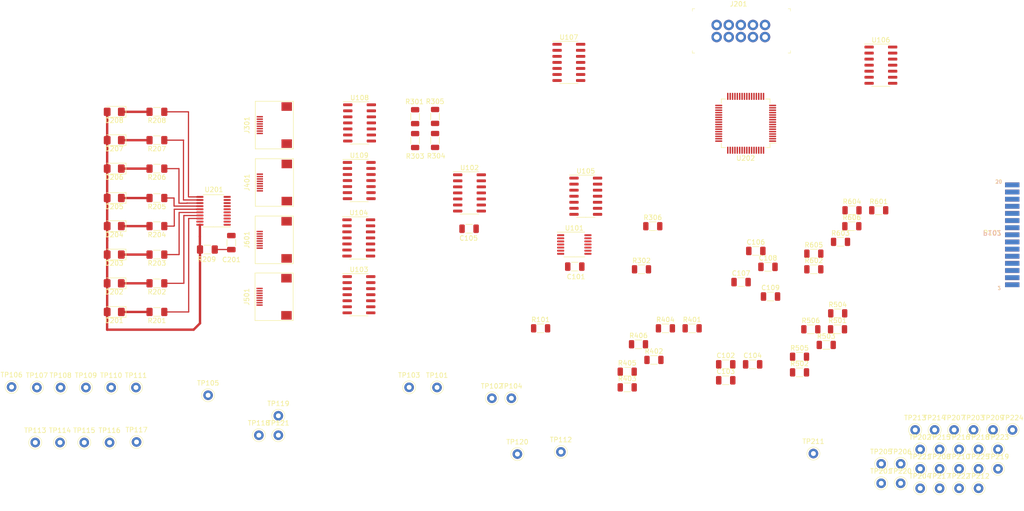
<source format=kicad_pcb>
(kicad_pcb (version 20171130) (host pcbnew 5.1.10-88a1d61d58~90~ubuntu20.04.1)
  (layers (0 F.Cu signal) (31 B.Cu signal) (34 B.Paste user) (35 F.Paste user) (36 B.SilkS user) (37 F.SilkS user) (38 B.Mask user) (39 F.Mask user) (44 Edge.Cuts user))
  (net 0 "")
  (net 1 +5V)
  (net 2 GNDREF)
  (net 3 "Net-(C201-Pad1)")
  (net 4 "Net-(J201-Pad2)")
  (net 5 "Net-(J201-Pad3)")
  (net 6 "Net-(J201-Pad4)")
  (net 7 "Net-(J201-Pad6)")
  (net 8 "Net-(J201-Pad7)")
  (net 9 "Net-(J201-Pad8)")
  (net 10 "Net-(J301-Pad1)")
  (net 11 /Mic_Interface_1/V_Bias)
  (net 12 "Net-(J301-Pad4)")
  (net 13 "Net-(J301-Pad5)")
  (net 14 /Digital/Select)
  (net 15 "Net-(J301-Pad8)")
  (net 16 "Net-(J401-Pad1)")
  (net 17 /Mic_Interface_2/V_Bias)
  (net 18 "Net-(J401-Pad4)")
  (net 19 "Net-(J401-Pad5)")
  (net 20 "Net-(J401-Pad8)")
  (net 21 "Net-(J501-Pad8)")
  (net 22 "Net-(J501-Pad5)")
  (net 23 "Net-(J501-Pad4)")
  (net 24 /Mic_Interface_4/V_Bias)
  (net 25 "Net-(J501-Pad1)")
  (net 26 "Net-(J601-Pad8)")
  (net 27 "Net-(J601-Pad5)")
  (net 28 "Net-(J601-Pad4)")
  (net 29 /Mic_Interface_3/V_Bias)
  (net 30 "Net-(J601-Pad1)")
  (net 31 /MST_Bias)
  (net 32 /Mic_Interface_1/MST_CLK)
  (net 33 /Mic_Interface_2/MST_CLK)
  (net 34 /MB_Comm_En)
  (net 35 /Digital/DOut)
  (net 36 /Digital/DOut_EN_1)
  (net 37 /Digital/PlusEn)
  (net 38 /Digital/Plus_GND)
  (net 39 /Digital/NegEn)
  (net 40 /Digital/No_Gain)
  (net 41 /Mic_Interface_1/AOut)
  (net 42 /Digital/DOut_EN_2)
  (net 43 /Mic_Interface_2/Plus_GND)
  (net 44 /Mic_Interface_2/AOut)
  (net 45 /Digital/DOut_EN_4)
  (net 46 /Mic_Interface_4/PlusEn)
  (net 47 /Mic_Interface_4/AOut)
  (net 48 /Digital/DOut_EN_3)
  (net 49 /Mic_Interface_3/AOut)
  (net 50 /Digital/CLK_EN)
  (net 51 /Data_Out)
  (net 52 /Clk_Out)
  (net 53 /Digital/MST_CLK)
  (net 54 /Mic_Interface_3/MST_CLK)
  (net 55 "Net-(D201-Pad1)")
  (net 56 "Net-(D202-Pad1)")
  (net 57 "Net-(D203-Pad1)")
  (net 58 "Net-(D204-Pad1)")
  (net 59 "Net-(D205-Pad1)")
  (net 60 "Net-(D206-Pad1)")
  (net 61 "Net-(D207-Pad1)")
  (net 62 "Net-(D208-Pad1)")
  (net 63 /Data_In)
  (net 64 /Digital/Y1)
  (net 65 /Digital/Y3)
  (net 66 "Net-(R301-Pad2)")
  (net 67 "Net-(R301-Pad1)")
  (net 68 "Net-(R401-Pad1)")
  (net 69 "Net-(R401-Pad2)")
  (net 70 "Net-(R501-Pad2)")
  (net 71 "Net-(R501-Pad1)")
  (net 72 "Net-(R601-Pad1)")
  (net 73 "Net-(R601-Pad2)")
  (net 74 "Net-(U202-Pad16)")
  (net 75 "Net-(U202-Pad31)")
  (net 76 "Net-(U202-Pad32)")
  (net 77 "Net-(U202-Pad33)")
  (net 78 "Net-(U202-Pad34)")
  (net 79 "Net-(U202-Pad36)")
  (net 80 "Net-(U202-Pad37)")
  (net 81 "Net-(U202-Pad38)")
  (net 82 "Net-(U202-Pad46)")
  (net 83 "Net-(U202-Pad47)")
  (net 84 "Net-(U202-Pad48)")
  (net 85 "Net-(U202-Pad58)")
  (net 86 /Digital/Y7)
  (net 87 /Digital/Y5)
  (net 88 /Digital/Mic4)
  (net 89 /Digital/Mic3)
  (net 90 /Digital/Mic2)
  (net 91 /Digital/Mic1)
  (net 92 "Net-(P101-Pad25)")
  (net 93 "Net-(P101-Pad27)")
  (net 94 "Net-(P101-Pad29)")
  (net 95 "Net-(P102-Pad26)")
  (net 96 "Net-(P102-Pad28)")
  (net 97 "Net-(P102-Pad30)")
  (net 98 /Digital/Word_Strobe)
  (net 99 "Net-(R201-Pad1)")
  (net 100 "Net-(R203-Pad1)")
  (net 101 "Net-(R205-Pad1)")
  (net 102 "Net-(R207-Pad1)")
  (net 103 "Net-(R304-Pad1)")
  (net 104 "Net-(R304-Pad2)")
  (net 105 "Net-(R404-Pad2)")
  (net 106 "Net-(R404-Pad1)")
  (net 107 "Net-(R504-Pad2)")
  (net 108 "Net-(R504-Pad1)")
  (net 109 "Net-(R604-Pad1)")
  (net 110 "Net-(R604-Pad2)")
  (net 111 "Net-(U106-Pad1)")
  (net 112 "Net-(U106-Pad3)")
  (net 113 "Net-(U106-Pad4)")
  (net 114 "Net-(U106-Pad6)")
  (net 115 "Net-(U106-Pad8)")
  (net 116 "Net-(U106-Pad10)")
  (net 117 "Net-(U106-Pad11)")
  (module Capacitor_SMD:C_1206_3216Metric (layer F.Cu) (at -6.88 -66.32)
    (fp_text reference C101 (at 0.26 2.14) (layer F.SilkS))
    (fp_text value 1uF hide)
    (pad 1 smd roundrect (at -1.475 0) (size 1.15 1.8) (layers F.Cu F.Paste F.Mask) (roundrect_rratio 0.217391) (net 1 +5V))
    (pad 2 smd roundrect (at 1.475 0) (size 1.15 1.8) (layers F.Cu F.Paste F.Mask) (roundrect_rratio 0.217391) (net 2 GNDREF))
  )
  (module Capacitor_SMD:C_1206_3216Metric (layer F.Cu) (at -79.01 -71.37 90)
    (fp_text reference C201 (at -3.6 0.02 180) (layer F.SilkS))
    (fp_text value 100nF hide)
    (pad 2 smd roundrect (at 1.475 0 90) (size 1.15 1.8) (layers F.Cu F.Paste F.Mask) (roundrect_rratio 0.217391) (net 2 GNDREF))
    (pad 1 smd roundrect (at -1.475 0 90) (size 1.15 1.8) (layers F.Cu F.Paste F.Mask) (roundrect_rratio 0.217391) (net 3 "Net-(C201-Pad1)"))
  )
  (module digikey-footprints:PinHeader_2x5_P2.54mm_Drill1.2mm (layer F.Cu) (at 22.92 -117.12)
    (fp_text reference J201 (at 4.6 -4.4) (layer F.SilkS))
    (fp_text value 302-S101)
    (pad 1 thru_hole circle (at 0 0) (size 2.2 2.2) (drill 1.2) (layers *.Cu *.Mask) (net 1 +5V))
    (pad 2 thru_hole circle (at 0 2.54) (size 2.2 2.2) (drill 1.2) (layers *.Cu *.Mask) (net 4 "Net-(J201-Pad2)"))
    (pad 3 thru_hole circle (at 2.54 0) (size 2.2 2.2) (drill 1.2) (layers *.Cu *.Mask) (net 5 "Net-(J201-Pad3)"))
    (pad 4 thru_hole circle (at 2.54 2.54) (size 2.2 2.2) (drill 1.2) (layers *.Cu *.Mask) (net 6 "Net-(J201-Pad4)"))
    (pad 5 thru_hole circle (at 5.08 0) (size 2.2 2.2) (drill 1.2) (layers *.Cu *.Mask) (net 5 "Net-(J201-Pad3)"))
    (pad 6 thru_hole circle (at 5.08 2.54) (size 2.2 2.2) (drill 1.2) (layers *.Cu *.Mask) (net 7 "Net-(J201-Pad6)"))
    (pad 7 thru_hole circle (at 7.62 0) (size 2.2 2.2) (drill 1.2) (layers *.Cu *.Mask) (net 8 "Net-(J201-Pad7)"))
    (pad 8 thru_hole circle (at 7.62 2.54) (size 2.2 2.2) (drill 1.2) (layers *.Cu *.Mask) (net 9 "Net-(J201-Pad8)"))
    (pad 9 thru_hole circle (at 10.16 0) (size 2.2 2.2) (drill 1.2) (layers *.Cu *.Mask) (net 5 "Net-(J201-Pad3)"))
    (pad 10 thru_hole circle (at 10.16 2.54) (size 2.2 2.2) (drill 1.2) (layers *.Cu *.Mask) (net 3 "Net-(C201-Pad1)"))
  )
  (module dcm-footprint:Kyocera_6288 (layer F.Cu) (at -69.98 -96.07 90)
    (fp_text reference J301 (at 0 -5.75 90) (layer F.SilkS))
    (fp_text value Conn_01x08_0.5mm_Female_Kyocera hide)
    (pad 1 smd rect (at 1.75 -3.05 90) (size 0.3 1.3) (layers F.Cu F.Paste F.Mask) (net 10 "Net-(J301-Pad1)"))
    (pad 2 smd rect (at 1.25 -3.05 90) (size 0.3 1.3) (layers F.Cu F.Paste F.Mask) (net 2 GNDREF))
    (pad 3 smd rect (at 0.75 -3.05 90) (size 0.3 1.3) (layers F.Cu F.Paste F.Mask) (net 11 /Mic_Interface_1/V_Bias))
    (pad 4 smd rect (at 0.25 -3.05 90) (size 0.3 1.3) (layers F.Cu F.Paste F.Mask) (net 12 "Net-(J301-Pad4)"))
    (pad 5 smd rect (at -0.25 -3.05 90) (size 0.3 1.3) (layers F.Cu F.Paste F.Mask) (net 13 "Net-(J301-Pad5)"))
    (pad 6 smd rect (at -0.75 -3.05 90) (size 0.3 1.3) (layers F.Cu F.Paste F.Mask) (net 14 /Digital/Select))
    (pad 7 smd rect (at -1.25 -3.05 90) (size 0.3 1.3) (layers F.Cu F.Paste F.Mask) (net 98 /Digital/Word_Strobe))
    (pad 8 smd rect (at -1.75 -3.05 90) (size 0.3 1.3) (layers F.Cu F.Paste F.Mask) (net 15 "Net-(J301-Pad8)"))
    (pad "" smd rect (at 3.9 2.6 90) (size 1.8 2.2) (layers F.Cu F.Paste F.Mask))
    (pad "" smd rect (at -3.9 2.6 90) (size 1.8 2.2) (layers F.Cu F.Paste F.Mask))
  )
  (module dcm-footprint:Kyocera_6288 (layer F.Cu) (at -69.96 -84 90)
    (fp_text reference J401 (at 0 -5.75 90) (layer F.SilkS))
    (fp_text value Conn_01x08_0.5mm_Female_Kyocera hide)
    (pad 1 smd rect (at 1.75 -3.05 90) (size 0.3 1.3) (layers F.Cu F.Paste F.Mask) (net 16 "Net-(J401-Pad1)"))
    (pad 2 smd rect (at 1.25 -3.05 90) (size 0.3 1.3) (layers F.Cu F.Paste F.Mask) (net 2 GNDREF))
    (pad 3 smd rect (at 0.75 -3.05 90) (size 0.3 1.3) (layers F.Cu F.Paste F.Mask) (net 17 /Mic_Interface_2/V_Bias))
    (pad 4 smd rect (at 0.25 -3.05 90) (size 0.3 1.3) (layers F.Cu F.Paste F.Mask) (net 18 "Net-(J401-Pad4)"))
    (pad 5 smd rect (at -0.25 -3.05 90) (size 0.3 1.3) (layers F.Cu F.Paste F.Mask) (net 19 "Net-(J401-Pad5)"))
    (pad 6 smd rect (at -0.75 -3.05 90) (size 0.3 1.3) (layers F.Cu F.Paste F.Mask) (net 14 /Digital/Select))
    (pad 7 smd rect (at -1.25 -3.05 90) (size 0.3 1.3) (layers F.Cu F.Paste F.Mask) (net 98 /Digital/Word_Strobe))
    (pad 8 smd rect (at -1.75 -3.05 90) (size 0.3 1.3) (layers F.Cu F.Paste F.Mask) (net 20 "Net-(J401-Pad8)"))
    (pad "" smd rect (at 3.9 2.6 90) (size 1.8 2.2) (layers F.Cu F.Paste F.Mask))
    (pad "" smd rect (at -3.9 2.6 90) (size 1.8 2.2) (layers F.Cu F.Paste F.Mask))
  )
  (module dcm-footprint:Kyocera_6288 (layer F.Cu) (at -70.03 -59.98 90)
    (fp_text reference J501 (at 0 -5.75 90) (layer F.SilkS))
    (fp_text value Conn_01x08_0.5mm_Female_Kyocera hide)
    (pad "" smd rect (at -3.9 2.6 90) (size 1.8 2.2) (layers F.Cu F.Paste F.Mask))
    (pad "" smd rect (at 3.9 2.6 90) (size 1.8 2.2) (layers F.Cu F.Paste F.Mask))
    (pad 8 smd rect (at -1.75 -3.05 90) (size 0.3 1.3) (layers F.Cu F.Paste F.Mask) (net 21 "Net-(J501-Pad8)"))
    (pad 7 smd rect (at -1.25 -3.05 90) (size 0.3 1.3) (layers F.Cu F.Paste F.Mask) (net 98 /Digital/Word_Strobe))
    (pad 6 smd rect (at -0.75 -3.05 90) (size 0.3 1.3) (layers F.Cu F.Paste F.Mask) (net 14 /Digital/Select))
    (pad 5 smd rect (at -0.25 -3.05 90) (size 0.3 1.3) (layers F.Cu F.Paste F.Mask) (net 22 "Net-(J501-Pad5)"))
    (pad 4 smd rect (at 0.25 -3.05 90) (size 0.3 1.3) (layers F.Cu F.Paste F.Mask) (net 23 "Net-(J501-Pad4)"))
    (pad 3 smd rect (at 0.75 -3.05 90) (size 0.3 1.3) (layers F.Cu F.Paste F.Mask) (net 24 /Mic_Interface_4/V_Bias))
    (pad 2 smd rect (at 1.25 -3.05 90) (size 0.3 1.3) (layers F.Cu F.Paste F.Mask) (net 2 GNDREF))
    (pad 1 smd rect (at 1.75 -3.05 90) (size 0.3 1.3) (layers F.Cu F.Paste F.Mask) (net 25 "Net-(J501-Pad1)"))
  )
  (module dcm-footprint:Kyocera_6288 (layer F.Cu) (at -70 -71.95 90)
    (fp_text reference J601 (at 0 -5.75 90) (layer F.SilkS))
    (fp_text value Conn_01x08_0.5mm_Female_Kyocera hide)
    (pad "" smd rect (at -3.9 2.6 90) (size 1.8 2.2) (layers F.Cu F.Paste F.Mask))
    (pad "" smd rect (at 3.9 2.6 90) (size 1.8 2.2) (layers F.Cu F.Paste F.Mask))
    (pad 8 smd rect (at -1.75 -3.05 90) (size 0.3 1.3) (layers F.Cu F.Paste F.Mask) (net 26 "Net-(J601-Pad8)"))
    (pad 7 smd rect (at -1.25 -3.05 90) (size 0.3 1.3) (layers F.Cu F.Paste F.Mask) (net 98 /Digital/Word_Strobe))
    (pad 6 smd rect (at -0.75 -3.05 90) (size 0.3 1.3) (layers F.Cu F.Paste F.Mask) (net 14 /Digital/Select))
    (pad 5 smd rect (at -0.25 -3.05 90) (size 0.3 1.3) (layers F.Cu F.Paste F.Mask) (net 27 "Net-(J601-Pad5)"))
    (pad 4 smd rect (at 0.25 -3.05 90) (size 0.3 1.3) (layers F.Cu F.Paste F.Mask) (net 28 "Net-(J601-Pad4)"))
    (pad 3 smd rect (at 0.75 -3.05 90) (size 0.3 1.3) (layers F.Cu F.Paste F.Mask) (net 29 /Mic_Interface_3/V_Bias))
    (pad 2 smd rect (at 1.25 -3.05 90) (size 0.3 1.3) (layers F.Cu F.Paste F.Mask) (net 2 GNDREF))
    (pad 1 smd rect (at 1.75 -3.05 90) (size 0.3 1.3) (layers F.Cu F.Paste F.Mask) (net 30 "Net-(J601-Pad1)"))
  )
  (module Resistor_SMD:R_1206_3216Metric (layer F.Cu) (at -14.054999 -53.344999)
    (fp_text reference R101 (at 0 -1.82) (layer F.SilkS))
    (fp_text value 100KΩ)
    (pad 2 smd roundrect (at 1.4625 0) (size 1.125 1.75) (layers F.Cu F.Paste F.Mask) (roundrect_rratio 0.222222) (net 2 GNDREF))
    (pad 1 smd roundrect (at -1.4625 0) (size 1.125 1.75) (layers F.Cu F.Paste F.Mask) (roundrect_rratio 0.222222) (net 31 /MST_Bias))
  )
  (module Resistor_SMD:R_1206_3216Metric_Pad1.30x1.75mm_HandSolder (layer F.Cu) (at -94.64 -98.86 180)
    (fp_text reference R208 (at 0 -1.82) (layer F.SilkS))
    (fp_text value 1.0K hide)
    (pad 1 smd roundrect (at -1.55 0 180) (size 1.3 1.75) (layers F.Cu F.Paste F.Mask) (roundrect_rratio 0.192308) (net 86 /Digital/Y7))
    (pad 2 smd roundrect (at 1.55 0 180) (size 1.3 1.75) (layers F.Cu F.Paste F.Mask) (roundrect_rratio 0.192308) (net 62 "Net-(D208-Pad1)"))
  )
  (module Resistor_SMD:R_1206_3216Metric (layer F.Cu) (at -40.41 -97.84 90)
    (fp_text reference R301 (at 3.15 -0.13 180) (layer F.SilkS))
    (fp_text value 10KΩ hide)
    (pad 2 smd roundrect (at 1.4625 0 90) (size 1.125 1.75) (layers F.Cu F.Paste F.Mask) (roundrect_rratio 0.222222) (net 66 "Net-(R301-Pad2)"))
    (pad 1 smd roundrect (at -1.4625 0 90) (size 1.125 1.75) (layers F.Cu F.Paste F.Mask) (roundrect_rratio 0.222222) (net 67 "Net-(R301-Pad1)"))
  )
  (module Resistor_SMD:R_1206_3216Metric (layer F.Cu) (at 7.135001 -65.754999)
    (fp_text reference R302 (at 0 -1.82) (layer F.SilkS))
    (fp_text value 100KΩ)
    (pad 1 smd roundrect (at -1.4625 0) (size 1.125 1.75) (layers F.Cu F.Paste F.Mask) (roundrect_rratio 0.222222) (net 2 GNDREF))
    (pad 2 smd roundrect (at 1.4625 0) (size 1.125 1.75) (layers F.Cu F.Paste F.Mask) (roundrect_rratio 0.222222) (net 37 /Digital/PlusEn))
  )
  (module Resistor_SMD:R_1206_3216Metric (layer F.Cu) (at -40.41 -92.82 90)
    (fp_text reference R303 (at -3.3 0 180) (layer F.SilkS))
    (fp_text value 100KΩ hide)
    (pad 1 smd roundrect (at -1.4625 0 90) (size 1.125 1.75) (layers F.Cu F.Paste F.Mask) (roundrect_rratio 0.222222) (net 2 GNDREF))
    (pad 2 smd roundrect (at 1.4625 0 90) (size 1.125 1.75) (layers F.Cu F.Paste F.Mask) (roundrect_rratio 0.222222) (net 67 "Net-(R301-Pad1)"))
  )
  (module Resistor_SMD:R_1206_3216Metric (layer F.Cu) (at -36.22 -92.84 90)
    (fp_text reference R304 (at -3.27 0.23 180) (layer F.SilkS))
    (fp_text value 10KΩ hide)
    (pad 1 smd roundrect (at -1.4625 0 90) (size 1.125 1.75) (layers F.Cu F.Paste F.Mask) (roundrect_rratio 0.222222) (net 103 "Net-(R304-Pad1)"))
    (pad 2 smd roundrect (at 1.4625 0 90) (size 1.125 1.75) (layers F.Cu F.Paste F.Mask) (roundrect_rratio 0.222222) (net 104 "Net-(R304-Pad2)"))
  )
  (module Resistor_SMD:R_1206_3216Metric (layer F.Cu) (at -36.22 -97.89 270)
    (fp_text reference R305 (at -3.14 0 180) (layer F.SilkS))
    (fp_text value 100KΩ hide)
    (pad 2 smd roundrect (at 1.4625 0 270) (size 1.125 1.75) (layers F.Cu F.Paste F.Mask) (roundrect_rratio 0.222222) (net 104 "Net-(R304-Pad2)"))
    (pad 1 smd roundrect (at -1.4625 0 270) (size 1.125 1.75) (layers F.Cu F.Paste F.Mask) (roundrect_rratio 0.222222) (net 41 /Mic_Interface_1/AOut))
  )
  (module Resistor_SMD:R_1206_3216Metric (layer F.Cu) (at 9.505001 -74.814999)
    (fp_text reference R306 (at 0 -1.82) (layer F.SilkS))
    (fp_text value 100KΩ)
    (pad 2 smd roundrect (at 1.4625 0) (size 1.125 1.75) (layers F.Cu F.Paste F.Mask) (roundrect_rratio 0.222222) (net 38 /Digital/Plus_GND))
    (pad 1 smd roundrect (at -1.4625 0) (size 1.125 1.75) (layers F.Cu F.Paste F.Mask) (roundrect_rratio 0.222222) (net 2 GNDREF))
  )
  (module Resistor_SMD:R_1206_3216Metric (layer F.Cu) (at 17.765001 -53.344999)
    (fp_text reference R401 (at 0 -1.82) (layer F.SilkS))
    (fp_text value 10KΩ)
    (pad 1 smd roundrect (at -1.4625 0) (size 1.125 1.75) (layers F.Cu F.Paste F.Mask) (roundrect_rratio 0.222222) (net 68 "Net-(R401-Pad1)"))
    (pad 2 smd roundrect (at 1.4625 0) (size 1.125 1.75) (layers F.Cu F.Paste F.Mask) (roundrect_rratio 0.222222) (net 69 "Net-(R401-Pad2)"))
  )
  (module Resistor_SMD:R_1206_3216Metric (layer F.Cu) (at 9.745001 -46.704999)
    (fp_text reference R402 (at 0 -1.82) (layer F.SilkS))
    (fp_text value 100KΩ)
    (pad 1 smd roundrect (at -1.4625 0) (size 1.125 1.75) (layers F.Cu F.Paste F.Mask) (roundrect_rratio 0.222222) (net 2 GNDREF))
    (pad 2 smd roundrect (at 1.4625 0) (size 1.125 1.75) (layers F.Cu F.Paste F.Mask) (roundrect_rratio 0.222222) (net 37 /Digital/PlusEn))
  )
  (module Resistor_SMD:R_1206_3216Metric (layer F.Cu) (at 4.135001 -40.934999)
    (fp_text reference R403 (at 0 -1.82) (layer F.SilkS))
    (fp_text value 100KΩ)
    (pad 2 smd roundrect (at 1.4625 0) (size 1.125 1.75) (layers F.Cu F.Paste F.Mask) (roundrect_rratio 0.222222) (net 68 "Net-(R401-Pad1)"))
    (pad 1 smd roundrect (at -1.4625 0) (size 1.125 1.75) (layers F.Cu F.Paste F.Mask) (roundrect_rratio 0.222222) (net 2 GNDREF))
  )
  (module Resistor_SMD:R_1206_3216Metric (layer F.Cu) (at 12.155001 -53.344999)
    (fp_text reference R404 (at 0 -1.82) (layer F.SilkS))
    (fp_text value 10KΩ)
    (pad 2 smd roundrect (at 1.4625 0) (size 1.125 1.75) (layers F.Cu F.Paste F.Mask) (roundrect_rratio 0.222222) (net 105 "Net-(R404-Pad2)"))
    (pad 1 smd roundrect (at -1.4625 0) (size 1.125 1.75) (layers F.Cu F.Paste F.Mask) (roundrect_rratio 0.222222) (net 106 "Net-(R404-Pad1)"))
  )
  (module Resistor_SMD:R_1206_3216Metric (layer F.Cu) (at 4.135001 -44.224999)
    (fp_text reference R405 (at 0 -1.82) (layer F.SilkS))
    (fp_text value 100KΩ)
    (pad 1 smd roundrect (at -1.4625 0) (size 1.125 1.75) (layers F.Cu F.Paste F.Mask) (roundrect_rratio 0.222222) (net 44 /Mic_Interface_2/AOut))
    (pad 2 smd roundrect (at 1.4625 0) (size 1.125 1.75) (layers F.Cu F.Paste F.Mask) (roundrect_rratio 0.222222) (net 105 "Net-(R404-Pad2)"))
  )
  (module Resistor_SMD:R_1206_3216Metric (layer F.Cu) (at 6.505001 -49.994999)
    (fp_text reference R406 (at 0 -1.82) (layer F.SilkS))
    (fp_text value 100KΩ)
    (pad 1 smd roundrect (at -1.4625 0) (size 1.125 1.75) (layers F.Cu F.Paste F.Mask) (roundrect_rratio 0.222222) (net 2 GNDREF))
    (pad 2 smd roundrect (at 1.4625 0) (size 1.125 1.75) (layers F.Cu F.Paste F.Mask) (roundrect_rratio 0.222222) (net 43 /Mic_Interface_2/Plus_GND))
  )
  (module Resistor_SMD:R_1206_3216Metric (layer F.Cu) (at 48.305001 -53.144999)
    (fp_text reference R501 (at 0 -1.82) (layer F.SilkS))
    (fp_text value 10KΩ)
    (pad 2 smd roundrect (at 1.4625 0) (size 1.125 1.75) (layers F.Cu F.Paste F.Mask) (roundrect_rratio 0.222222) (net 70 "Net-(R501-Pad2)"))
    (pad 1 smd roundrect (at -1.4625 0) (size 1.125 1.75) (layers F.Cu F.Paste F.Mask) (roundrect_rratio 0.222222) (net 71 "Net-(R501-Pad1)"))
  )
  (module Resistor_SMD:R_1206_3216Metric (layer F.Cu) (at 40.325001 -44.084999)
    (fp_text reference R502 (at 0 -1.82) (layer F.SilkS))
    (fp_text value 100KΩ)
    (pad 2 smd roundrect (at 1.4625 0) (size 1.125 1.75) (layers F.Cu F.Paste F.Mask) (roundrect_rratio 0.222222) (net 46 /Mic_Interface_4/PlusEn))
    (pad 1 smd roundrect (at -1.4625 0) (size 1.125 1.75) (layers F.Cu F.Paste F.Mask) (roundrect_rratio 0.222222) (net 2 GNDREF))
  )
  (module Resistor_SMD:R_1206_3216Metric (layer F.Cu) (at 45.935001 -49.854999)
    (fp_text reference R503 (at 0 -1.82) (layer F.SilkS))
    (fp_text value 100KΩ)
    (pad 2 smd roundrect (at 1.4625 0) (size 1.125 1.75) (layers F.Cu F.Paste F.Mask) (roundrect_rratio 0.222222) (net 71 "Net-(R501-Pad1)"))
    (pad 1 smd roundrect (at -1.4625 0) (size 1.125 1.75) (layers F.Cu F.Paste F.Mask) (roundrect_rratio 0.222222) (net 2 GNDREF))
  )
  (module Resistor_SMD:R_1206_3216Metric (layer F.Cu) (at 48.345001 -56.494999)
    (fp_text reference R504 (at 0 -1.82) (layer F.SilkS))
    (fp_text value 10KΩ)
    (pad 2 smd roundrect (at 1.4625 0) (size 1.125 1.75) (layers F.Cu F.Paste F.Mask) (roundrect_rratio 0.222222) (net 107 "Net-(R504-Pad2)"))
    (pad 1 smd roundrect (at -1.4625 0) (size 1.125 1.75) (layers F.Cu F.Paste F.Mask) (roundrect_rratio 0.222222) (net 108 "Net-(R504-Pad1)"))
  )
  (module Resistor_SMD:R_1206_3216Metric (layer F.Cu) (at 40.325001 -47.374999)
    (fp_text reference R505 (at 0 -1.82) (layer F.SilkS))
    (fp_text value 100KΩ)
    (pad 1 smd roundrect (at -1.4625 0) (size 1.125 1.75) (layers F.Cu F.Paste F.Mask) (roundrect_rratio 0.222222) (net 47 /Mic_Interface_4/AOut))
    (pad 2 smd roundrect (at 1.4625 0) (size 1.125 1.75) (layers F.Cu F.Paste F.Mask) (roundrect_rratio 0.222222) (net 107 "Net-(R504-Pad2)"))
  )
  (module Resistor_SMD:R_1206_3216Metric (layer F.Cu) (at 42.695001 -53.144999)
    (fp_text reference R506 (at 0 -1.82) (layer F.SilkS))
    (fp_text value 100KΩ)
    (pad 2 smd roundrect (at 1.4625 0) (size 1.125 1.75) (layers F.Cu F.Paste F.Mask) (roundrect_rratio 0.222222) (net 38 /Digital/Plus_GND))
    (pad 1 smd roundrect (at -1.4625 0) (size 1.125 1.75) (layers F.Cu F.Paste F.Mask) (roundrect_rratio 0.222222) (net 2 GNDREF))
  )
  (module Resistor_SMD:R_1206_3216Metric (layer F.Cu) (at 56.955001 -78.164999)
    (fp_text reference R601 (at 0 -1.82) (layer F.SilkS))
    (fp_text value 10KΩ)
    (pad 1 smd roundrect (at -1.4625 0) (size 1.125 1.75) (layers F.Cu F.Paste F.Mask) (roundrect_rratio 0.222222) (net 72 "Net-(R601-Pad1)"))
    (pad 2 smd roundrect (at 1.4625 0) (size 1.125 1.75) (layers F.Cu F.Paste F.Mask) (roundrect_rratio 0.222222) (net 73 "Net-(R601-Pad2)"))
  )
  (module Resistor_SMD:R_1206_3216Metric (layer F.Cu) (at 43.325001 -65.754999)
    (fp_text reference R602 (at 0 -1.82) (layer F.SilkS))
    (fp_text value 100KΩ)
    (pad 2 smd roundrect (at 1.4625 0) (size 1.125 1.75) (layers F.Cu F.Paste F.Mask) (roundrect_rratio 0.222222) (net 37 /Digital/PlusEn))
    (pad 1 smd roundrect (at -1.4625 0) (size 1.125 1.75) (layers F.Cu F.Paste F.Mask) (roundrect_rratio 0.222222) (net 2 GNDREF))
  )
  (module Resistor_SMD:R_1206_3216Metric (layer F.Cu) (at 48.935001 -71.524999)
    (fp_text reference R603 (at 0 -1.82) (layer F.SilkS))
    (fp_text value 100KΩ)
    (pad 2 smd roundrect (at 1.4625 0) (size 1.125 1.75) (layers F.Cu F.Paste F.Mask) (roundrect_rratio 0.222222) (net 72 "Net-(R601-Pad1)"))
    (pad 1 smd roundrect (at -1.4625 0) (size 1.125 1.75) (layers F.Cu F.Paste F.Mask) (roundrect_rratio 0.222222) (net 2 GNDREF))
  )
  (module Resistor_SMD:R_1206_3216Metric (layer F.Cu) (at 51.345001 -78.164999)
    (fp_text reference R604 (at 0 -1.82) (layer F.SilkS))
    (fp_text value 10KΩ)
    (pad 1 smd roundrect (at -1.4625 0) (size 1.125 1.75) (layers F.Cu F.Paste F.Mask) (roundrect_rratio 0.222222) (net 109 "Net-(R604-Pad1)"))
    (pad 2 smd roundrect (at 1.4625 0) (size 1.125 1.75) (layers F.Cu F.Paste F.Mask) (roundrect_rratio 0.222222) (net 110 "Net-(R604-Pad2)"))
  )
  (module Resistor_SMD:R_1206_3216Metric (layer F.Cu) (at 43.325001 -69.044999)
    (fp_text reference R605 (at 0 -1.82) (layer F.SilkS))
    (fp_text value 100KΩ)
    (pad 1 smd roundrect (at -1.4625 0) (size 1.125 1.75) (layers F.Cu F.Paste F.Mask) (roundrect_rratio 0.222222) (net 49 /Mic_Interface_3/AOut))
    (pad 2 smd roundrect (at 1.4625 0) (size 1.125 1.75) (layers F.Cu F.Paste F.Mask) (roundrect_rratio 0.222222) (net 110 "Net-(R604-Pad2)"))
  )
  (module Resistor_SMD:R_1206_3216Metric (layer F.Cu) (at 51.305001 -74.814999)
    (fp_text reference R606 (at 0 -1.82) (layer F.SilkS))
    (fp_text value 100KΩ)
    (pad 1 smd roundrect (at -1.4625 0) (size 1.125 1.75) (layers F.Cu F.Paste F.Mask) (roundrect_rratio 0.222222) (net 2 GNDREF))
    (pad 2 smd roundrect (at 1.4625 0) (size 1.125 1.75) (layers F.Cu F.Paste F.Mask) (roundrect_rratio 0.222222) (net 38 /Digital/Plus_GND))
  )
  (module digikey-footprints:Test_Point_D1.02mm (layer F.Cu) (at -35.81 -40.91)
    (fp_text reference TP101 (at 0 -2.55) (layer F.SilkS))
    (fp_text value 5000)
    (pad 1 thru_hole circle (at 0 0) (size 2.02 2.02) (drill 1.02) (layers *.Cu *.Mask) (net 32 /Mic_Interface_1/MST_CLK))
  )
  (module digikey-footprints:Test_Point_D1.02mm (layer F.Cu) (at -24.284999 -38.644999)
    (fp_text reference TP102 (at 0 -2.55) (layer F.SilkS))
    (fp_text value 5000)
    (pad 1 thru_hole circle (at 0 0) (size 2.02 2.02) (drill 1.02) (layers *.Cu *.Mask) (net 11 /Mic_Interface_1/V_Bias))
  )
  (module digikey-footprints:Test_Point_D1.02mm (layer F.Cu) (at -41.67 -40.94)
    (fp_text reference TP103 (at 0 -2.55) (layer F.SilkS))
    (fp_text value 5000)
    (pad 1 thru_hole circle (at 0 0) (size 2.02 2.02) (drill 1.02) (layers *.Cu *.Mask) (net 1 +5V))
  )
  (module digikey-footprints:Test_Point_D1.02mm (layer F.Cu) (at -20.194999 -38.644999)
    (fp_text reference TP104 (at 0 -2.55) (layer F.SilkS))
    (fp_text value 5000)
    (pad 1 thru_hole circle (at 0 0) (size 2.02 2.02) (drill 1.02) (layers *.Cu *.Mask) (net 2 GNDREF))
  )
  (module Package_SO:TSSOP-14_4.4x5mm_P0.65mm (layer F.Cu) (at -6.98 -70.97)
    (fp_text reference U101 (at 0 -3.45) (layer F.SilkS))
    (fp_text value LMV934MA hide)
    (pad 1 smd roundrect (at -2.8625 -1.95) (size 1.475 0.4) (layers F.Cu F.Paste F.Mask) (net 11 /Mic_Interface_1/V_Bias))
    (pad 2 smd roundrect (at -2.8625 -1.3) (size 1.475 0.4) (layers F.Cu F.Paste F.Mask) (net 11 /Mic_Interface_1/V_Bias))
    (pad 3 smd roundrect (at -2.8625 -0.65) (size 1.475 0.4) (layers F.Cu F.Paste F.Mask) (net 31 /MST_Bias))
    (pad 4 smd roundrect (at -2.8625 0) (size 1.475 0.4) (layers F.Cu F.Paste F.Mask) (net 1 +5V))
    (pad 5 smd roundrect (at -2.8625 0.65) (size 1.475 0.4) (layers F.Cu F.Paste F.Mask) (net 31 /MST_Bias))
    (pad 6 smd roundrect (at -2.8625 1.3) (size 1.475 0.4) (layers F.Cu F.Paste F.Mask) (net 17 /Mic_Interface_2/V_Bias))
    (pad 7 smd roundrect (at -2.8625 1.95) (size 1.475 0.4) (layers F.Cu F.Paste F.Mask) (net 17 /Mic_Interface_2/V_Bias))
    (pad 8 smd roundrect (at 2.8625 1.95) (size 1.475 0.4) (layers F.Cu F.Paste F.Mask) (net 29 /Mic_Interface_3/V_Bias))
    (pad 9 smd roundrect (at 2.8625 1.3) (size 1.475 0.4) (layers F.Cu F.Paste F.Mask) (net 29 /Mic_Interface_3/V_Bias))
    (pad 10 smd roundrect (at 2.8625 0.65) (size 1.475 0.4) (layers F.Cu F.Paste F.Mask) (net 31 /MST_Bias))
    (pad 11 smd roundrect (at 2.8625 0) (size 1.475 0.4) (layers F.Cu F.Paste F.Mask) (net 2 GNDREF))
    (pad 12 smd roundrect (at 2.8625 -0.65) (size 1.475 0.4) (layers F.Cu F.Paste F.Mask) (net 31 /MST_Bias))
    (pad 13 smd roundrect (at 2.8625 -1.3) (size 1.475 0.4) (layers F.Cu F.Paste F.Mask) (net 24 /Mic_Interface_4/V_Bias))
    (pad 14 smd roundrect (at 2.8625 -1.95) (size 1.475 0.4) (layers F.Cu F.Paste F.Mask) (net 24 /Mic_Interface_4/V_Bias))
  )
  (module Package_SO:SOIC-14_3.9x8.7mm_P1.27mm (layer F.Cu) (at 57.41 -108.67)
    (fp_text reference U106 (at 0 -5.28) (layer F.SilkS))
    (fp_text value MC74VHCT126A)
    (pad 1 smd roundrect (at -2.475 -3.81) (size 1.95 0.6) (layers F.Cu F.Paste F.Mask) (net 111 "Net-(U106-Pad1)"))
    (pad 2 smd roundrect (at -2.475 -2.54) (size 1.95 0.6) (layers F.Cu F.Paste F.Mask) (net 35 /Digital/DOut))
    (pad 3 smd roundrect (at -2.475 -1.27) (size 1.95 0.6) (layers F.Cu F.Paste F.Mask) (net 112 "Net-(U106-Pad3)"))
    (pad 4 smd roundrect (at -2.475 0) (size 1.95 0.6) (layers F.Cu F.Paste F.Mask) (net 113 "Net-(U106-Pad4)"))
    (pad 5 smd roundrect (at -2.475 1.27) (size 1.95 0.6) (layers F.Cu F.Paste F.Mask) (net 35 /Digital/DOut))
    (pad 6 smd roundrect (at -2.475 2.54) (size 1.95 0.6) (layers F.Cu F.Paste F.Mask) (net 114 "Net-(U106-Pad6)"))
    (pad 7 smd roundrect (at -2.475 3.81) (size 1.95 0.6) (layers F.Cu F.Paste F.Mask) (net 2 GNDREF))
    (pad 8 smd roundrect (at 2.475 3.81) (size 1.95 0.6) (layers F.Cu F.Paste F.Mask) (net 115 "Net-(U106-Pad8)"))
    (pad 9 smd roundrect (at 2.475 2.54) (size 1.95 0.6) (layers F.Cu F.Paste F.Mask) (net 35 /Digital/DOut))
    (pad 10 smd roundrect (at 2.475 1.27) (size 1.95 0.6) (layers F.Cu F.Paste F.Mask) (net 116 "Net-(U106-Pad10)"))
    (pad 11 smd roundrect (at 2.475 0) (size 1.95 0.6) (layers F.Cu F.Paste F.Mask) (net 117 "Net-(U106-Pad11)"))
    (pad 12 smd roundrect (at 2.475 -1.27) (size 1.95 0.6) (layers F.Cu F.Paste F.Mask) (net 53 /Digital/MST_CLK))
    (pad 13 smd roundrect (at 2.475 -2.54) (size 1.95 0.6) (layers F.Cu F.Paste F.Mask) (net 50 /Digital/CLK_EN))
    (pad 14 smd roundrect (at 2.475 -3.81) (size 1.95 0.6) (layers F.Cu F.Paste F.Mask) (net 1 +5V))
  )
  (module Package_SO:SOIC-14_3.9x8.7mm_P1.27mm (layer F.Cu) (at -8.12 -109.25)
    (fp_text reference U107 (at 0 -5.28) (layer F.SilkS))
    (fp_text value MC74VHCT126A hide)
    (pad 14 smd roundrect (at 2.475 -3.81) (size 1.95 0.6) (layers F.Cu F.Paste F.Mask) (net 1 +5V))
    (pad 13 smd roundrect (at 2.475 -2.54) (size 1.95 0.6) (layers F.Cu F.Paste F.Mask) (net 50 /Digital/CLK_EN))
    (pad 12 smd roundrect (at 2.475 -1.27) (size 1.95 0.6) (layers F.Cu F.Paste F.Mask) (net 53 /Digital/MST_CLK))
    (pad 11 smd roundrect (at 2.475 0) (size 1.95 0.6) (layers F.Cu F.Paste F.Mask) (net 22 "Net-(J501-Pad5)"))
    (pad 10 smd roundrect (at 2.475 1.27) (size 1.95 0.6) (layers F.Cu F.Paste F.Mask) (net 50 /Digital/CLK_EN))
    (pad 9 smd roundrect (at 2.475 2.54) (size 1.95 0.6) (layers F.Cu F.Paste F.Mask) (net 54 /Mic_Interface_3/MST_CLK))
    (pad 8 smd roundrect (at 2.475 3.81) (size 1.95 0.6) (layers F.Cu F.Paste F.Mask) (net 27 "Net-(J601-Pad5)"))
    (pad 7 smd roundrect (at -2.475 3.81) (size 1.95 0.6) (layers F.Cu F.Paste F.Mask) (net 2 GNDREF))
    (pad 6 smd roundrect (at -2.475 2.54) (size 1.95 0.6) (layers F.Cu F.Paste F.Mask) (net 19 "Net-(J401-Pad5)"))
    (pad 5 smd roundrect (at -2.475 1.27) (size 1.95 0.6) (layers F.Cu F.Paste F.Mask) (net 33 /Mic_Interface_2/MST_CLK))
    (pad 4 smd roundrect (at -2.475 0) (size 1.95 0.6) (layers F.Cu F.Paste F.Mask) (net 50 /Digital/CLK_EN))
    (pad 3 smd roundrect (at -2.475 -1.27) (size 1.95 0.6) (layers F.Cu F.Paste F.Mask) (net 13 "Net-(J301-Pad5)"))
    (pad 2 smd roundrect (at -2.475 -2.54) (size 1.95 0.6) (layers F.Cu F.Paste F.Mask) (net 32 /Mic_Interface_1/MST_CLK))
    (pad 1 smd roundrect (at -2.475 -3.81) (size 1.95 0.6) (layers F.Cu F.Paste F.Mask) (net 50 /Digital/CLK_EN))
  )
  (module LED_SMD:LED_1206_3216Metric_Pad1.42x1.75mm_HandSolder (layer F.Cu) (at -103.6 -98.86 180)
    (fp_text reference D208 (at 0 -1.82) (layer F.SilkS))
    (fp_text value LED_ALT hide)
    (pad 2 smd roundrect (at 1.4875 0 180) (size 1.425 1.75) (layers F.Cu F.Paste F.Mask) (roundrect_rratio 0.175439) (net 1 +5V))
    (pad 1 smd roundrect (at -1.4875 0 180) (size 1.425 1.75) (layers F.Cu F.Paste F.Mask) (roundrect_rratio 0.175439) (net 62 "Net-(D208-Pad1)"))
  )
  (module LED_SMD:LED_1206_3216Metric_Pad1.42x1.75mm_HandSolder (layer F.Cu) (at -103.6 -92.9 180)
    (fp_text reference D207 (at 0 -1.82) (layer F.SilkS))
    (fp_text value LED_ALT hide)
    (pad 1 smd roundrect (at -1.4875 0 180) (size 1.425 1.75) (layers F.Cu F.Paste F.Mask) (roundrect_rratio 0.175439) (net 61 "Net-(D207-Pad1)"))
    (pad 2 smd roundrect (at 1.4875 0 180) (size 1.425 1.75) (layers F.Cu F.Paste F.Mask) (roundrect_rratio 0.175439) (net 1 +5V))
  )
  (module LED_SMD:LED_1206_3216Metric_Pad1.42x1.75mm_HandSolder (layer F.Cu) (at -103.6 -86.92 180)
    (fp_text reference D206 (at 0 -1.82) (layer F.SilkS))
    (fp_text value LED_ALT hide)
    (pad 2 smd roundrect (at 1.4875 0 180) (size 1.425 1.75) (layers F.Cu F.Paste F.Mask) (roundrect_rratio 0.175439) (net 1 +5V))
    (pad 1 smd roundrect (at -1.4875 0 180) (size 1.425 1.75) (layers F.Cu F.Paste F.Mask) (roundrect_rratio 0.175439) (net 60 "Net-(D206-Pad1)"))
  )
  (module LED_SMD:LED_1206_3216Metric_Pad1.42x1.75mm_HandSolder (layer F.Cu) (at -103.6 -80.74 180)
    (fp_text reference D205 (at 0 -1.82) (layer F.SilkS))
    (fp_text value LED_ALT hide)
    (pad 1 smd roundrect (at -1.4875 0 180) (size 1.425 1.75) (layers F.Cu F.Paste F.Mask) (roundrect_rratio 0.175439) (net 59 "Net-(D205-Pad1)"))
    (pad 2 smd roundrect (at 1.4875 0 180) (size 1.425 1.75) (layers F.Cu F.Paste F.Mask) (roundrect_rratio 0.175439) (net 1 +5V))
  )
  (module LED_SMD:LED_1206_3216Metric_Pad1.42x1.75mm_HandSolder (layer F.Cu) (at -103.6 -74.83 180)
    (fp_text reference D204 (at 0 -1.82) (layer F.SilkS))
    (fp_text value LED_ALT hide)
    (pad 2 smd roundrect (at 1.4875 0 180) (size 1.425 1.75) (layers F.Cu F.Paste F.Mask) (roundrect_rratio 0.175439) (net 1 +5V))
    (pad 1 smd roundrect (at -1.4875 0 180) (size 1.425 1.75) (layers F.Cu F.Paste F.Mask) (roundrect_rratio 0.175439) (net 58 "Net-(D204-Pad1)"))
  )
  (module LED_SMD:LED_1206_3216Metric_Pad1.42x1.75mm_HandSolder (layer F.Cu) (at -103.6 -68.85 180)
    (fp_text reference D203 (at 0 -1.82) (layer F.SilkS))
    (fp_text value LED_ALT hide)
    (pad 1 smd roundrect (at -1.4875 0 180) (size 1.425 1.75) (layers F.Cu F.Paste F.Mask) (roundrect_rratio 0.175439) (net 57 "Net-(D203-Pad1)"))
    (pad 2 smd roundrect (at 1.4875 0 180) (size 1.425 1.75) (layers F.Cu F.Paste F.Mask) (roundrect_rratio 0.175439) (net 1 +5V))
  )
  (module LED_SMD:LED_1206_3216Metric_Pad1.42x1.75mm_HandSolder (layer F.Cu) (at -103.61 -62.81 180)
    (fp_text reference D202 (at 0 -1.82) (layer F.SilkS))
    (fp_text value LED_ALT hide)
    (pad 2 smd roundrect (at 1.4875 0 180) (size 1.425 1.75) (layers F.Cu F.Paste F.Mask) (roundrect_rratio 0.175439) (net 1 +5V))
    (pad 1 smd roundrect (at -1.4875 0 180) (size 1.425 1.75) (layers F.Cu F.Paste F.Mask) (roundrect_rratio 0.175439) (net 56 "Net-(D202-Pad1)"))
  )
  (module LED_SMD:LED_1206_3216Metric_Pad1.42x1.75mm_HandSolder (layer F.Cu) (at -103.6 -56.79 180)
    (fp_text reference D201 (at 0 -1.82) (layer F.SilkS))
    (fp_text value LED_ALT hide)
    (pad 1 smd roundrect (at -1.4875 0 180) (size 1.425 1.75) (layers F.Cu F.Paste F.Mask) (roundrect_rratio 0.175439) (net 55 "Net-(D201-Pad1)"))
    (pad 2 smd roundrect (at 1.4875 0 180) (size 1.425 1.75) (layers F.Cu F.Paste F.Mask) (roundrect_rratio 0.175439) (net 1 +5V))
  )
  (module Resistor_SMD:R_1206_3216Metric_Pad1.30x1.75mm_HandSolder (layer F.Cu) (at -94.64 -92.9 180)
    (fp_text reference R207 (at 0 -1.82) (layer F.SilkS))
    (fp_text value 1.0K hide)
    (pad 2 smd roundrect (at 1.55 0 180) (size 1.3 1.75) (layers F.Cu F.Paste F.Mask) (roundrect_rratio 0.192308) (net 61 "Net-(D207-Pad1)"))
    (pad 1 smd roundrect (at -1.55 0 180) (size 1.3 1.75) (layers F.Cu F.Paste F.Mask) (roundrect_rratio 0.192308) (net 102 "Net-(R207-Pad1)"))
  )
  (module Resistor_SMD:R_1206_3216Metric_Pad1.30x1.75mm_HandSolder (layer F.Cu) (at -94.64 -86.92 180)
    (fp_text reference R206 (at 0 -1.82) (layer F.SilkS))
    (fp_text value 1.0K hide)
    (pad 1 smd roundrect (at -1.55 0 180) (size 1.3 1.75) (layers F.Cu F.Paste F.Mask) (roundrect_rratio 0.192308) (net 87 /Digital/Y5))
    (pad 2 smd roundrect (at 1.55 0 180) (size 1.3 1.75) (layers F.Cu F.Paste F.Mask) (roundrect_rratio 0.192308) (net 60 "Net-(D206-Pad1)"))
  )
  (module Resistor_SMD:R_1206_3216Metric_Pad1.30x1.75mm_HandSolder (layer F.Cu) (at -94.64 -80.74 180)
    (fp_text reference R205 (at 0 -1.82) (layer F.SilkS))
    (fp_text value 1.0K hide)
    (pad 2 smd roundrect (at 1.55 0 180) (size 1.3 1.75) (layers F.Cu F.Paste F.Mask) (roundrect_rratio 0.192308) (net 59 "Net-(D205-Pad1)"))
    (pad 1 smd roundrect (at -1.55 0 180) (size 1.3 1.75) (layers F.Cu F.Paste F.Mask) (roundrect_rratio 0.192308) (net 101 "Net-(R205-Pad1)"))
  )
  (module Resistor_SMD:R_1206_3216Metric_Pad1.30x1.75mm_HandSolder (layer F.Cu) (at -94.64 -74.83 180)
    (fp_text reference R204 (at 0 -1.82) (layer F.SilkS))
    (fp_text value 1.0K hide)
    (pad 1 smd roundrect (at -1.55 0 180) (size 1.3 1.75) (layers F.Cu F.Paste F.Mask) (roundrect_rratio 0.192308) (net 65 /Digital/Y3))
    (pad 2 smd roundrect (at 1.55 0 180) (size 1.3 1.75) (layers F.Cu F.Paste F.Mask) (roundrect_rratio 0.192308) (net 58 "Net-(D204-Pad1)"))
  )
  (module Resistor_SMD:R_1206_3216Metric_Pad1.30x1.75mm_HandSolder (layer F.Cu) (at -94.64 -68.85 180)
    (fp_text reference R203 (at 0 -1.82) (layer F.SilkS))
    (fp_text value 1.0K hide)
    (pad 2 smd roundrect (at 1.55 0 180) (size 1.3 1.75) (layers F.Cu F.Paste F.Mask) (roundrect_rratio 0.192308) (net 57 "Net-(D203-Pad1)"))
    (pad 1 smd roundrect (at -1.55 0 180) (size 1.3 1.75) (layers F.Cu F.Paste F.Mask) (roundrect_rratio 0.192308) (net 100 "Net-(R203-Pad1)"))
  )
  (module Resistor_SMD:R_1206_3216Metric_Pad1.30x1.75mm_HandSolder (layer F.Cu) (at -94.64 -62.81 180)
    (fp_text reference R202 (at 0 -1.82) (layer F.SilkS))
    (fp_text value 1.0K hide)
    (pad 1 smd roundrect (at -1.55 0 180) (size 1.3 1.75) (layers F.Cu F.Paste F.Mask) (roundrect_rratio 0.192308) (net 64 /Digital/Y1))
    (pad 2 smd roundrect (at 1.55 0 180) (size 1.3 1.75) (layers F.Cu F.Paste F.Mask) (roundrect_rratio 0.192308) (net 56 "Net-(D202-Pad1)"))
  )
  (module Resistor_SMD:R_1206_3216Metric_Pad1.30x1.75mm_HandSolder (layer F.Cu) (at -94.64 -56.79 180)
    (fp_text reference R201 (at 0 -1.82) (layer F.SilkS))
    (fp_text value 1.0K hide)
    (pad 1 smd roundrect (at -1.55 0 180) (size 1.3 1.75) (layers F.Cu F.Paste F.Mask) (roundrect_rratio 0.192308) (net 99 "Net-(R201-Pad1)"))
    (pad 2 smd roundrect (at 1.55 0 180) (size 1.3 1.75) (layers F.Cu F.Paste F.Mask) (roundrect_rratio 0.192308) (net 55 "Net-(D201-Pad1)"))
  )
  (module Resistor_SMD:R_1206_3216Metric_Pad1.30x1.75mm_HandSolder (layer F.Cu) (at -84.04 -69.91)
    (fp_text reference R209 (at -0.14 2.07) (layer F.SilkS))
    (fp_text value 3.9K hide)
    (pad 2 smd roundrect (at 1.55 0) (size 1.3 1.75) (layers F.Cu F.Paste F.Mask) (roundrect_rratio 0.192308) (net 3 "Net-(C201-Pad1)"))
    (pad 1 smd roundrect (at -1.55 0) (size 1.3 1.75) (layers F.Cu F.Paste F.Mask) (roundrect_rratio 0.192308) (net 1 +5V))
  )
  (module Package_SO:SOIC-14_3.9x8.7mm_P1.27mm (layer F.Cu) (at -52.08 -96.53)
    (fp_text reference U108 (at 0 -5.28) (layer F.SilkS))
    (fp_text value 4016 hide)
    (pad 1 smd roundrect (at -2.475 -3.81) (size 1.95 0.6) (layers F.Cu F.Paste F.Mask) (net 12 "Net-(J301-Pad4)"))
    (pad 2 smd roundrect (at -2.475 -2.54) (size 1.95 0.6) (layers F.Cu F.Paste F.Mask) (net 66 "Net-(R301-Pad2)"))
    (pad 3 smd roundrect (at -2.475 -1.27) (size 1.95 0.6) (layers F.Cu F.Paste F.Mask) (net 2 GNDREF))
    (pad 4 smd roundrect (at -2.475 0) (size 1.95 0.6) (layers F.Cu F.Paste F.Mask) (net 67 "Net-(R301-Pad1)"))
    (pad 5 smd roundrect (at -2.475 1.27) (size 1.95 0.6) (layers F.Cu F.Paste F.Mask) (net 38 /Digital/Plus_GND))
    (pad 6 smd roundrect (at -2.475 2.54) (size 1.95 0.6) (layers F.Cu F.Paste F.Mask) (net 39 /Digital/NegEn))
    (pad 7 smd roundrect (at -2.475 3.81) (size 1.95 0.6) (layers F.Cu F.Paste F.Mask) (net 2 GNDREF))
    (pad 8 smd roundrect (at 2.475 3.81) (size 1.95 0.6) (layers F.Cu F.Paste F.Mask) (net 13 "Net-(J301-Pad5)"))
    (pad 9 smd roundrect (at 2.475 2.54) (size 1.95 0.6) (layers F.Cu F.Paste F.Mask) (net 103 "Net-(R304-Pad1)"))
    (pad 10 smd roundrect (at 2.475 1.27) (size 1.95 0.6) (layers F.Cu F.Paste F.Mask) (net 35 /Digital/DOut))
    (pad 11 smd roundrect (at 2.475 0) (size 1.95 0.6) (layers F.Cu F.Paste F.Mask) (net 12 "Net-(J301-Pad4)"))
    (pad 12 smd roundrect (at 2.475 -1.27) (size 1.95 0.6) (layers F.Cu F.Paste F.Mask) (net 36 /Digital/DOut_EN_1))
    (pad 13 smd roundrect (at 2.475 -2.54) (size 1.95 0.6) (layers F.Cu F.Paste F.Mask) (net 37 /Digital/PlusEn))
    (pad 14 smd roundrect (at 2.475 -3.81) (size 1.95 0.6) (layers F.Cu F.Paste F.Mask) (net 1 +5V))
  )
  (module Package_SO:SOIC-14_3.9x8.7mm_P1.27mm (layer F.Cu) (at -52.15 -84.41)
    (fp_text reference U109 (at 0 -5.28) (layer F.SilkS))
    (fp_text value 4016 hide)
    (pad 14 smd roundrect (at 2.475 -3.81) (size 1.95 0.6) (layers F.Cu F.Paste F.Mask) (net 1 +5V))
    (pad 13 smd roundrect (at 2.475 -2.54) (size 1.95 0.6) (layers F.Cu F.Paste F.Mask) (net 37 /Digital/PlusEn))
    (pad 12 smd roundrect (at 2.475 -1.27) (size 1.95 0.6) (layers F.Cu F.Paste F.Mask) (net 42 /Digital/DOut_EN_2))
    (pad 11 smd roundrect (at 2.475 0) (size 1.95 0.6) (layers F.Cu F.Paste F.Mask) (net 18 "Net-(J401-Pad4)"))
    (pad 10 smd roundrect (at 2.475 1.27) (size 1.95 0.6) (layers F.Cu F.Paste F.Mask) (net 35 /Digital/DOut))
    (pad 9 smd roundrect (at 2.475 2.54) (size 1.95 0.6) (layers F.Cu F.Paste F.Mask) (net 106 "Net-(R404-Pad1)"))
    (pad 8 smd roundrect (at 2.475 3.81) (size 1.95 0.6) (layers F.Cu F.Paste F.Mask) (net 19 "Net-(J401-Pad5)"))
    (pad 7 smd roundrect (at -2.475 3.81) (size 1.95 0.6) (layers F.Cu F.Paste F.Mask) (net 2 GNDREF))
    (pad 6 smd roundrect (at -2.475 2.54) (size 1.95 0.6) (layers F.Cu F.Paste F.Mask) (net 39 /Digital/NegEn))
    (pad 5 smd roundrect (at -2.475 1.27) (size 1.95 0.6) (layers F.Cu F.Paste F.Mask) (net 43 /Mic_Interface_2/Plus_GND))
    (pad 4 smd roundrect (at -2.475 0) (size 1.95 0.6) (layers F.Cu F.Paste F.Mask) (net 68 "Net-(R401-Pad1)"))
    (pad 3 smd roundrect (at -2.475 -1.27) (size 1.95 0.6) (layers F.Cu F.Paste F.Mask) (net 2 GNDREF))
    (pad 2 smd roundrect (at -2.475 -2.54) (size 1.95 0.6) (layers F.Cu F.Paste F.Mask) (net 69 "Net-(R401-Pad2)"))
    (pad 1 smd roundrect (at -2.475 -3.81) (size 1.95 0.6) (layers F.Cu F.Paste F.Mask) (net 18 "Net-(J401-Pad4)"))
  )
  (module Package_SO:SOIC-14_3.9x8.7mm_P1.27mm (layer F.Cu) (at -52.2 -60.41)
    (fp_text reference U103 (at 0 -5.28) (layer F.SilkS))
    (fp_text value 4016 hide)
    (pad 1 smd roundrect (at -2.475 -3.81) (size 1.95 0.6) (layers F.Cu F.Paste F.Mask) (net 23 "Net-(J501-Pad4)"))
    (pad 2 smd roundrect (at -2.475 -2.54) (size 1.95 0.6) (layers F.Cu F.Paste F.Mask) (net 70 "Net-(R501-Pad2)"))
    (pad 3 smd roundrect (at -2.475 -1.27) (size 1.95 0.6) (layers F.Cu F.Paste F.Mask) (net 2 GNDREF))
    (pad 4 smd roundrect (at -2.475 0) (size 1.95 0.6) (layers F.Cu F.Paste F.Mask) (net 71 "Net-(R501-Pad1)"))
    (pad 5 smd roundrect (at -2.475 1.27) (size 1.95 0.6) (layers F.Cu F.Paste F.Mask) (net 38 /Digital/Plus_GND))
    (pad 6 smd roundrect (at -2.475 2.54) (size 1.95 0.6) (layers F.Cu F.Paste F.Mask) (net 39 /Digital/NegEn))
    (pad 7 smd roundrect (at -2.475 3.81) (size 1.95 0.6) (layers F.Cu F.Paste F.Mask) (net 2 GNDREF))
    (pad 8 smd roundrect (at 2.475 3.81) (size 1.95 0.6) (layers F.Cu F.Paste F.Mask) (net 22 "Net-(J501-Pad5)"))
    (pad 9 smd roundrect (at 2.475 2.54) (size 1.95 0.6) (layers F.Cu F.Paste F.Mask) (net 108 "Net-(R504-Pad1)"))
    (pad 10 smd roundrect (at 2.475 1.27) (size 1.95 0.6) (layers F.Cu F.Paste F.Mask) (net 35 /Digital/DOut))
    (pad 11 smd roundrect (at 2.475 0) (size 1.95 0.6) (layers F.Cu F.Paste F.Mask) (net 23 "Net-(J501-Pad4)"))
    (pad 12 smd roundrect (at 2.475 -1.27) (size 1.95 0.6) (layers F.Cu F.Paste F.Mask) (net 45 /Digital/DOut_EN_4))
    (pad 13 smd roundrect (at 2.475 -2.54) (size 1.95 0.6) (layers F.Cu F.Paste F.Mask) (net 46 /Mic_Interface_4/PlusEn))
    (pad 14 smd roundrect (at 2.475 -3.81) (size 1.95 0.6) (layers F.Cu F.Paste F.Mask) (net 1 +5V))
  )
  (module Package_SO:SOIC-14_3.9x8.7mm_P1.27mm (layer F.Cu) (at -52.245 -72.35)
    (fp_text reference U104 (at 0 -5.28 180) (layer F.SilkS))
    (fp_text value 4016 hide)
    (pad 14 smd roundrect (at 2.475 -3.81) (size 1.95 0.6) (layers F.Cu F.Paste F.Mask) (net 1 +5V))
    (pad 13 smd roundrect (at 2.475 -2.54) (size 1.95 0.6) (layers F.Cu F.Paste F.Mask) (net 37 /Digital/PlusEn))
    (pad 12 smd roundrect (at 2.475 -1.27) (size 1.95 0.6) (layers F.Cu F.Paste F.Mask) (net 48 /Digital/DOut_EN_3))
    (pad 11 smd roundrect (at 2.475 0) (size 1.95 0.6) (layers F.Cu F.Paste F.Mask) (net 28 "Net-(J601-Pad4)"))
    (pad 10 smd roundrect (at 2.475 1.27) (size 1.95 0.6) (layers F.Cu F.Paste F.Mask) (net 35 /Digital/DOut))
    (pad 9 smd roundrect (at 2.475 2.54) (size 1.95 0.6) (layers F.Cu F.Paste F.Mask) (net 109 "Net-(R604-Pad1)"))
    (pad 8 smd roundrect (at 2.475 3.81) (size 1.95 0.6) (layers F.Cu F.Paste F.Mask) (net 27 "Net-(J601-Pad5)"))
    (pad 7 smd roundrect (at -2.475 3.81) (size 1.95 0.6) (layers F.Cu F.Paste F.Mask) (net 2 GNDREF))
    (pad 6 smd roundrect (at -2.475 2.54) (size 1.95 0.6) (layers F.Cu F.Paste F.Mask) (net 39 /Digital/NegEn))
    (pad 5 smd roundrect (at -2.475 1.27) (size 1.95 0.6) (layers F.Cu F.Paste F.Mask) (net 38 /Digital/Plus_GND))
    (pad 4 smd roundrect (at -2.475 0) (size 1.95 0.6) (layers F.Cu F.Paste F.Mask) (net 72 "Net-(R601-Pad1)"))
    (pad 3 smd roundrect (at -2.475 -1.27) (size 1.95 0.6) (layers F.Cu F.Paste F.Mask) (net 2 GNDREF))
    (pad 2 smd roundrect (at -2.475 -2.54) (size 1.95 0.6) (layers F.Cu F.Paste F.Mask) (net 73 "Net-(R601-Pad2)"))
    (pad 1 smd roundrect (at -2.475 -3.81) (size 1.95 0.6) (layers F.Cu F.Paste F.Mask) (net 28 "Net-(J601-Pad4)"))
  )
  (module Package_SO:TSSOP-20_4.4x6.5mm_P0.65mm (layer F.Cu) (at -82.75 -78.05 180)
    (fp_text reference U201 (at -0.08 4.46) (layer F.SilkS))
    (fp_text value 74HC540 hide)
    (pad 1 smd roundrect (at -2.8625 -2.925 180) (size 1.475 0.4) (layers F.Cu F.Paste F.Mask) (net 2 GNDREF))
    (pad 2 smd roundrect (at -2.8625 -2.275 180) (size 1.475 0.4) (layers F.Cu F.Paste F.Mask) (net 64 /Digital/Y1))
    (pad 3 smd roundrect (at -2.8625 -1.625 180) (size 1.475 0.4) (layers F.Cu F.Paste F.Mask) (net 88 /Digital/Mic4))
    (pad 4 smd roundrect (at -2.8625 -0.975 180) (size 1.475 0.4) (layers F.Cu F.Paste F.Mask) (net 65 /Digital/Y3))
    (pad 5 smd roundrect (at -2.8625 -0.325 180) (size 1.475 0.4) (layers F.Cu F.Paste F.Mask) (net 89 /Digital/Mic3))
    (pad 6 smd roundrect (at -2.8625 0.325 180) (size 1.475 0.4) (layers F.Cu F.Paste F.Mask) (net 87 /Digital/Y5))
    (pad 7 smd roundrect (at -2.8625 0.975 180) (size 1.475 0.4) (layers F.Cu F.Paste F.Mask) (net 90 /Digital/Mic2))
    (pad 8 smd roundrect (at -2.8625 1.625 180) (size 1.475 0.4) (layers F.Cu F.Paste F.Mask) (net 86 /Digital/Y7))
    (pad 9 smd roundrect (at -2.8625 2.275 180) (size 1.475 0.4) (layers F.Cu F.Paste F.Mask) (net 91 /Digital/Mic1))
    (pad 10 smd roundrect (at -2.8625 2.925 180) (size 1.475 0.4) (layers F.Cu F.Paste F.Mask) (net 2 GNDREF))
    (pad 11 smd roundrect (at 2.8625 2.925 180) (size 1.475 0.4) (layers F.Cu F.Paste F.Mask) (net 86 /Digital/Y7))
    (pad 12 smd roundrect (at 2.8625 2.275 180) (size 1.475 0.4) (layers F.Cu F.Paste F.Mask) (net 102 "Net-(R207-Pad1)"))
    (pad 13 smd roundrect (at 2.8625 1.625 180) (size 1.475 0.4) (layers F.Cu F.Paste F.Mask) (net 87 /Digital/Y5))
    (pad 14 smd roundrect (at 2.8625 0.975 180) (size 1.475 0.4) (layers F.Cu F.Paste F.Mask) (net 101 "Net-(R205-Pad1)"))
    (pad 15 smd roundrect (at 2.8625 0.325 180) (size 1.475 0.4) (layers F.Cu F.Paste F.Mask) (net 65 /Digital/Y3))
    (pad 16 smd roundrect (at 2.8625 -0.325 180) (size 1.475 0.4) (layers F.Cu F.Paste F.Mask) (net 100 "Net-(R203-Pad1)"))
    (pad 17 smd roundrect (at 2.8625 -0.975 180) (size 1.475 0.4) (layers F.Cu F.Paste F.Mask) (net 64 /Digital/Y1))
    (pad 18 smd roundrect (at 2.8625 -1.625 180) (size 1.475 0.4) (layers F.Cu F.Paste F.Mask) (net 99 "Net-(R201-Pad1)"))
    (pad 19 smd roundrect (at 2.8625 -2.275 180) (size 1.475 0.4) (layers F.Cu F.Paste F.Mask) (net 2 GNDREF))
    (pad 20 smd roundrect (at 2.8625 -2.925 180) (size 1.475 0.4) (layers F.Cu F.Paste F.Mask) (net 1 +5V))
  )
  (module Package_QFP:TQFP-64_10x10mm_P0.5mm (layer F.Cu) (at 29.01 -96.45 180)
    (fp_text reference U202 (at 0 -7.35) (layer F.SilkS))
    (fp_text value PIC32MZ2048EFM064-TQFP)
    (pad 1 smd roundrect (at -5.6625 -3.75 180) (size 1.475 0.3) (layers F.Cu F.Paste F.Mask) (net 63 /Data_In))
    (pad 2 smd roundrect (at -5.6625 -3.25 180) (size 1.475 0.3) (layers F.Cu F.Paste F.Mask) (net 45 /Digital/DOut_EN_4))
    (pad 3 smd roundrect (at -5.6625 -2.75 180) (size 1.475 0.3) (layers F.Cu F.Paste F.Mask) (net 48 /Digital/DOut_EN_3))
    (pad 4 smd roundrect (at -5.6625 -2.25 180) (size 1.475 0.3) (layers F.Cu F.Paste F.Mask) (net 52 /Clk_Out))
    (pad 5 smd roundrect (at -5.6625 -1.75 180) (size 1.475 0.3) (layers F.Cu F.Paste F.Mask) (net 51 /Data_Out))
    (pad 6 smd roundrect (at -5.6625 -1.25 180) (size 1.475 0.3) (layers F.Cu F.Paste F.Mask) (net 42 /Digital/DOut_EN_2))
    (pad 7 smd roundrect (at -5.6625 -0.75 180) (size 1.475 0.3) (layers F.Cu F.Paste F.Mask) (net 2 GNDREF))
    (pad 8 smd roundrect (at -5.6625 -0.25 180) (size 1.475 0.3) (layers F.Cu F.Paste F.Mask) (net 1 +5V))
    (pad 9 smd roundrect (at -5.6625 0.25 180) (size 1.475 0.3) (layers F.Cu F.Paste F.Mask) (net 3 "Net-(C201-Pad1)"))
    (pad 10 smd roundrect (at -5.6625 0.75 180) (size 1.475 0.3) (layers F.Cu F.Paste F.Mask) (net 34 /MB_Comm_En))
    (pad 11 smd roundrect (at -5.6625 1.25 180) (size 1.475 0.3) (layers F.Cu F.Paste F.Mask) (net 36 /Digital/DOut_EN_1))
    (pad 12 smd roundrect (at -5.6625 1.75 180) (size 1.475 0.3) (layers F.Cu F.Paste F.Mask) (net 47 /Mic_Interface_4/AOut))
    (pad 13 smd roundrect (at -5.6625 2.25 180) (size 1.475 0.3) (layers F.Cu F.Paste F.Mask) (net 49 /Mic_Interface_3/AOut))
    (pad 14 smd roundrect (at -5.6625 2.75 180) (size 1.475 0.3) (layers F.Cu F.Paste F.Mask) (net 44 /Mic_Interface_2/AOut))
    (pad 15 smd roundrect (at -5.6625 3.25 180) (size 1.475 0.3) (layers F.Cu F.Paste F.Mask) (net 41 /Mic_Interface_1/AOut))
    (pad 16 smd roundrect (at -5.6625 3.75 180) (size 1.475 0.3) (layers F.Cu F.Paste F.Mask) (net 74 "Net-(U202-Pad16)"))
    (pad 17 smd roundrect (at -3.75 5.6625 180) (size 0.3 1.475) (layers F.Cu F.Paste F.Mask) (net 14 /Digital/Select))
    (pad 18 smd roundrect (at -3.25 5.6625 180) (size 0.3 1.475) (layers F.Cu F.Paste F.Mask) (net 98 /Digital/Word_Strobe))
    (pad 19 smd roundrect (at -2.75 5.6625 180) (size 0.3 1.475) (layers F.Cu F.Paste F.Mask) (net 1 +5V))
    (pad 20 smd roundrect (at -2.25 5.6625 180) (size 0.3 1.475) (layers F.Cu F.Paste F.Mask) (net 2 GNDREF))
    (pad 21 smd roundrect (at -1.75 5.6625 180) (size 0.3 1.475) (layers F.Cu F.Paste F.Mask) (net 116 "Net-(U106-Pad10)"))
    (pad 22 smd roundrect (at -1.25 5.6625 180) (size 0.3 1.475) (layers F.Cu F.Paste F.Mask) (net 115 "Net-(U106-Pad8)"))
    (pad 23 smd roundrect (at -0.75 5.6625 180) (size 0.3 1.475) (layers F.Cu F.Paste F.Mask) (net 4 "Net-(J201-Pad2)"))
    (pad 24 smd roundrect (at -0.25 5.6625 180) (size 0.3 1.475) (layers F.Cu F.Paste F.Mask) (net 7 "Net-(J201-Pad6)"))
    (pad 25 smd roundrect (at 0.25 5.6625 180) (size 0.3 1.475) (layers F.Cu F.Paste F.Mask) (net 2 GNDREF))
    (pad 26 smd roundrect (at 0.75 5.6625 180) (size 0.3 1.475) (layers F.Cu F.Paste F.Mask) (net 1 +5V))
    (pad 27 smd roundrect (at 1.25 5.6625 180) (size 0.3 1.475) (layers F.Cu F.Paste F.Mask) (net 6 "Net-(J201-Pad4)"))
    (pad 28 smd roundrect (at 1.75 5.6625 180) (size 0.3 1.475) (layers F.Cu F.Paste F.Mask) (net 9 "Net-(J201-Pad8)"))
    (pad 29 smd roundrect (at 2.25 5.6625 180) (size 0.3 1.475) (layers F.Cu F.Paste F.Mask) (net 117 "Net-(U106-Pad11)"))
    (pad 30 smd roundrect (at 2.75 5.6625 180) (size 0.3 1.475) (layers F.Cu F.Paste F.Mask) (net 98 /Digital/Word_Strobe))
    (pad 31 smd roundrect (at 3.25 5.6625 180) (size 0.3 1.475) (layers F.Cu F.Paste F.Mask) (net 75 "Net-(U202-Pad31)"))
    (pad 32 smd roundrect (at 3.75 5.6625 180) (size 0.3 1.475) (layers F.Cu F.Paste F.Mask) (net 76 "Net-(U202-Pad32)"))
    (pad 33 smd roundrect (at 5.6625 3.75 180) (size 1.475 0.3) (layers F.Cu F.Paste F.Mask) (net 77 "Net-(U202-Pad33)"))
    (pad 34 smd roundrect (at 5.6625 3.25 180) (size 1.475 0.3) (layers F.Cu F.Paste F.Mask) (net 78 "Net-(U202-Pad34)"))
    (pad 35 smd roundrect (at 5.6625 2.75 180) (size 1.475 0.3) (layers F.Cu F.Paste F.Mask) (net 2 GNDREF))
    (pad 36 smd roundrect (at 5.6625 2.25 180) (size 1.475 0.3) (layers F.Cu F.Paste F.Mask) (net 79 "Net-(U202-Pad36)"))
    (pad 37 smd roundrect (at 5.6625 1.75 180) (size 1.475 0.3) (layers F.Cu F.Paste F.Mask) (net 80 "Net-(U202-Pad37)"))
    (pad 38 smd roundrect (at 5.6625 1.25 180) (size 1.475 0.3) (layers F.Cu F.Paste F.Mask) (net 81 "Net-(U202-Pad38)"))
    (pad 39 smd roundrect (at 5.6625 0.75 180) (size 1.475 0.3) (layers F.Cu F.Paste F.Mask) (net 1 +5V))
    (pad 40 smd roundrect (at 5.6625 0.25 180) (size 1.475 0.3) (layers F.Cu F.Paste F.Mask) (net 2 GNDREF))
    (pad 41 smd roundrect (at 5.6625 -0.25 180) (size 1.475 0.3) (layers F.Cu F.Paste F.Mask) (net 50 /Digital/CLK_EN))
    (pad 42 smd roundrect (at 5.6625 -0.75 180) (size 1.475 0.3) (layers F.Cu F.Paste F.Mask) (net 111 "Net-(U106-Pad1)"))
    (pad 43 smd roundrect (at 5.6625 -1.25 180) (size 1.475 0.3) (layers F.Cu F.Paste F.Mask) (net 98 /Digital/Word_Strobe))
    (pad 44 smd roundrect (at 5.6625 -1.75 180) (size 1.475 0.3) (layers F.Cu F.Paste F.Mask) (net 117 "Net-(U106-Pad11)"))
    (pad 45 smd roundrect (at 5.6625 -2.25 180) (size 1.475 0.3) (layers F.Cu F.Paste F.Mask) (net 112 "Net-(U106-Pad3)"))
    (pad 46 smd roundrect (at 5.6625 -2.75 180) (size 1.475 0.3) (layers F.Cu F.Paste F.Mask) (net 82 "Net-(U202-Pad46)"))
    (pad 47 smd roundrect (at 5.6625 -3.25 180) (size 1.475 0.3) (layers F.Cu F.Paste F.Mask) (net 83 "Net-(U202-Pad47)"))
    (pad 48 smd roundrect (at 5.6625 -3.75 180) (size 1.475 0.3) (layers F.Cu F.Paste F.Mask) (net 84 "Net-(U202-Pad48)"))
    (pad 49 smd roundrect (at 3.75 -5.6625 180) (size 0.3 1.475) (layers F.Cu F.Paste F.Mask) (net 113 "Net-(U106-Pad4)"))
    (pad 50 smd roundrect (at 3.25 -5.6625 180) (size 0.3 1.475) (layers F.Cu F.Paste F.Mask) (net 114 "Net-(U106-Pad6)"))
    (pad 51 smd roundrect (at 2.75 -5.6625 180) (size 0.3 1.475) (layers F.Cu F.Paste F.Mask) (net 117 "Net-(U106-Pad11)"))
    (pad 52 smd roundrect (at 2.25 -5.6625 180) (size 0.3 1.475) (layers F.Cu F.Paste F.Mask) (net 91 /Digital/Mic1))
    (pad 53 smd roundrect (at 1.75 -5.6625 180) (size 0.3 1.475) (layers F.Cu F.Paste F.Mask) (net 90 /Digital/Mic2))
    (pad 54 smd roundrect (at 1.25 -5.6625 180) (size 0.3 1.475) (layers F.Cu F.Paste F.Mask) (net 1 +5V))
    (pad 55 smd roundrect (at 0.75 -5.6625 180) (size 0.3 1.475) (layers F.Cu F.Paste F.Mask) (net 2 GNDREF))
    (pad 56 smd roundrect (at 0.25 -5.6625 180) (size 0.3 1.475) (layers F.Cu F.Paste F.Mask) (net 89 /Digital/Mic3))
    (pad 57 smd roundrect (at -0.25 -5.6625 180) (size 0.3 1.475) (layers F.Cu F.Paste F.Mask) (net 88 /Digital/Mic4))
    (pad 58 smd roundrect (at -0.75 -5.6625 180) (size 0.3 1.475) (layers F.Cu F.Paste F.Mask) (net 85 "Net-(U202-Pad58)"))
    (pad 59 smd roundrect (at -1.25 -5.6625 180) (size 0.3 1.475) (layers F.Cu F.Paste F.Mask) (net 2 GNDREF))
    (pad 60 smd roundrect (at -1.75 -5.6625 180) (size 0.3 1.475) (layers F.Cu F.Paste F.Mask) (net 1 +5V))
    (pad 61 smd roundrect (at -2.25 -5.6625 180) (size 0.3 1.475) (layers F.Cu F.Paste F.Mask) (net 37 /Digital/PlusEn))
    (pad 62 smd roundrect (at -2.75 -5.6625 180) (size 0.3 1.475) (layers F.Cu F.Paste F.Mask) (net 39 /Digital/NegEn))
    (pad 63 smd roundrect (at -3.25 -5.6625 180) (size 0.3 1.475) (layers F.Cu F.Paste F.Mask) (net 38 /Digital/Plus_GND))
    (pad 64 smd roundrect (at -3.75 -5.6625 180) (size 0.3 1.475) (layers F.Cu F.Paste F.Mask) (net 40 /Digital/No_Gain))
  )
  (module Package_SO:SOIC-14_3.9x8.7mm_P1.27mm (layer F.Cu) (at -4.57 -81.12)
    (fp_text reference U105 (at 0 -5.28) (layer F.SilkS))
    (fp_text value 4016 hide)
    (pad 1 smd roundrect (at -2.475 -3.81) (size 1.95 0.6) (layers F.Cu F.Paste F.Mask) (net 41 /Mic_Interface_1/AOut))
    (pad 2 smd roundrect (at -2.475 -2.54) (size 1.95 0.6) (layers F.Cu F.Paste F.Mask) (net 104 "Net-(R304-Pad2)"))
    (pad 3 smd roundrect (at -2.475 -1.27) (size 1.95 0.6) (layers F.Cu F.Paste F.Mask) (net 105 "Net-(R404-Pad2)"))
    (pad 4 smd roundrect (at -2.475 0) (size 1.95 0.6) (layers F.Cu F.Paste F.Mask) (net 44 /Mic_Interface_2/AOut))
    (pad 5 smd roundrect (at -2.475 1.27) (size 1.95 0.6) (layers F.Cu F.Paste F.Mask) (net 40 /Digital/No_Gain))
    (pad 6 smd roundrect (at -2.475 2.54) (size 1.95 0.6) (layers F.Cu F.Paste F.Mask) (net 40 /Digital/No_Gain))
    (pad 7 smd roundrect (at -2.475 3.81) (size 1.95 0.6) (layers F.Cu F.Paste F.Mask) (net 2 GNDREF))
    (pad 8 smd roundrect (at 2.475 3.81) (size 1.95 0.6) (layers F.Cu F.Paste F.Mask) (net 47 /Mic_Interface_4/AOut))
    (pad 9 smd roundrect (at 2.475 2.54) (size 1.95 0.6) (layers F.Cu F.Paste F.Mask) (net 107 "Net-(R504-Pad2)"))
    (pad 10 smd roundrect (at 2.475 1.27) (size 1.95 0.6) (layers F.Cu F.Paste F.Mask) (net 110 "Net-(R604-Pad2)"))
    (pad 11 smd roundrect (at 2.475 0) (size 1.95 0.6) (layers F.Cu F.Paste F.Mask) (net 49 /Mic_Interface_3/AOut))
    (pad 12 smd roundrect (at 2.475 -1.27) (size 1.95 0.6) (layers F.Cu F.Paste F.Mask) (net 40 /Digital/No_Gain))
    (pad 13 smd roundrect (at 2.475 -2.54) (size 1.95 0.6) (layers F.Cu F.Paste F.Mask) (net 40 /Digital/No_Gain))
    (pad 14 smd roundrect (at 2.475 -3.81) (size 1.95 0.6) (layers F.Cu F.Paste F.Mask) (net 1 +5V))
  )
  (module Capacitor_SMD:C_1206_3216Metric (layer F.Cu) (at -29.08 -74.28)
    (fp_text reference C105 (at -0.1 1.99) (layer F.SilkS))
    (fp_text value 1uF hide)
    (pad 2 smd roundrect (at 1.475 0) (size 1.15 1.8) (layers F.Cu F.Paste F.Mask) (roundrect_rratio 0.217391) (net 2 GNDREF))
    (pad 1 smd roundrect (at -1.475 0) (size 1.15 1.8) (layers F.Cu F.Paste F.Mask) (roundrect_rratio 0.217391) (net 1 +5V))
  )
  (module Capacitor_SMD:C_1206_3216Metric (layer F.Cu) (at 31.145001 -69.614999)
    (fp_text reference C106 (at 0 -1.85) (layer F.SilkS))
    (fp_text value 1uF)
    (pad 2 smd roundrect (at 1.475 0) (size 1.15 1.8) (layers F.Cu F.Paste F.Mask) (roundrect_rratio 0.217391) (net 2 GNDREF))
    (pad 1 smd roundrect (at -1.475 0) (size 1.15 1.8) (layers F.Cu F.Paste F.Mask) (roundrect_rratio 0.217391) (net 1 +5V))
  )
  (module Capacitor_SMD:C_1206_3216Metric (layer F.Cu) (at 28.045001 -63.064999)
    (fp_text reference C107 (at 0 -1.85) (layer F.SilkS))
    (fp_text value 1uF)
    (pad 1 smd roundrect (at -1.475 0) (size 1.15 1.8) (layers F.Cu F.Paste F.Mask) (roundrect_rratio 0.217391) (net 1 +5V))
    (pad 2 smd roundrect (at 1.475 0) (size 1.15 1.8) (layers F.Cu F.Paste F.Mask) (roundrect_rratio 0.217391) (net 2 GNDREF))
  )
  (module Capacitor_SMD:C_1206_3216Metric (layer F.Cu) (at 33.695001 -66.264999)
    (fp_text reference C108 (at 0 -1.85) (layer F.SilkS))
    (fp_text value 1uF)
    (pad 1 smd roundrect (at -1.475 0) (size 1.15 1.8) (layers F.Cu F.Paste F.Mask) (roundrect_rratio 0.217391) (net 1 +5V))
    (pad 2 smd roundrect (at 1.475 0) (size 1.15 1.8) (layers F.Cu F.Paste F.Mask) (roundrect_rratio 0.217391) (net 2 GNDREF))
  )
  (module Capacitor_SMD:C_1206_3216Metric (layer F.Cu) (at 34.23 -60.03)
    (fp_text reference C109 (at 0 -1.85) (layer F.SilkS))
    (fp_text value 1uF)
    (pad 1 smd roundrect (at -1.475 0) (size 1.15 1.8) (layers F.Cu F.Paste F.Mask) (roundrect_rratio 0.217391) (net 1 +5V))
    (pad 2 smd roundrect (at 1.475 0) (size 1.15 1.8) (layers F.Cu F.Paste F.Mask) (roundrect_rratio 0.217391) (net 2 GNDREF))
  )
  (module Capacitor_SMD:C_1206_3216Metric (layer F.Cu) (at 24.825001 -45.774999)
    (fp_text reference C102 (at 0 -1.85) (layer F.SilkS))
    (fp_text value 1uF)
    (pad 1 smd roundrect (at -1.475 0) (size 1.15 1.8) (layers F.Cu F.Paste F.Mask) (roundrect_rratio 0.217391) (net 1 +5V))
    (pad 2 smd roundrect (at 1.475 0) (size 1.15 1.8) (layers F.Cu F.Paste F.Mask) (roundrect_rratio 0.217391) (net 2 GNDREF))
  )
  (module Capacitor_SMD:C_1206_3216Metric (layer F.Cu) (at 24.825001 -42.424999)
    (fp_text reference C103 (at 0 -1.85) (layer F.SilkS))
    (fp_text value 1uF)
    (pad 2 smd roundrect (at 1.475 0) (size 1.15 1.8) (layers F.Cu F.Paste F.Mask) (roundrect_rratio 0.217391) (net 2 GNDREF))
    (pad 1 smd roundrect (at -1.475 0) (size 1.15 1.8) (layers F.Cu F.Paste F.Mask) (roundrect_rratio 0.217391) (net 1 +5V))
  )
  (module Capacitor_SMD:C_1206_3216Metric (layer F.Cu) (at 30.475001 -45.774999)
    (fp_text reference C104 (at 0 -1.85) (layer F.SilkS))
    (fp_text value 1uF)
    (pad 1 smd roundrect (at -1.475 0) (size 1.15 1.8) (layers F.Cu F.Paste F.Mask) (roundrect_rratio 0.217391) (net 1 +5V))
    (pad 2 smd roundrect (at 1.475 0) (size 1.15 1.8) (layers F.Cu F.Paste F.Mask) (roundrect_rratio 0.217391) (net 2 GNDREF))
  )
  (module dcm-footprint:Component_Side_Edge_Conn_30 (layer F.Cu) (at 85 -73 180)
    (fp_text reference P101 (at 4.16 0.43) (layer F.SilkS))
    (fp_text value EdgeConn hide)
    (pad 11 smd rect (at 0 -3 180) (size 3 1) (layers F.Cu F.Paste F.Mask) (net 33 /Mic_Interface_2/MST_CLK))
    (pad 1 smd rect (at 0 -10.5 180) (size 3 1) (layers F.Cu F.Paste F.Mask) (net 2 GNDREF))
    (pad 3 smd rect (at 0 -9 180) (size 3 1) (layers F.Cu F.Paste F.Mask) (net 1 +5V))
    (pad 5 smd rect (at 0 -7.5 180) (size 3 1) (layers F.Cu F.Paste F.Mask) (net 32 /Mic_Interface_1/MST_CLK))
    (pad 7 smd rect (at 0 -6 180) (size 3 1) (layers F.Cu F.Paste F.Mask) (net 2 GNDREF))
    (pad 9 smd rect (at 0 -4.5 180) (size 3 1) (layers F.Cu F.Paste F.Mask) (net 1 +5V))
    (pad 13 smd rect (at 0 -1.5 180) (size 3 1) (layers F.Cu F.Paste F.Mask) (net 2 GNDREF))
    (pad 17 smd rect (at 0 1.5 180) (size 3 1) (layers F.Cu F.Paste F.Mask) (net 54 /Mic_Interface_3/MST_CLK))
    (pad 21 smd rect (at 0 4.5 180) (size 3 1) (layers F.Cu F.Paste F.Mask) (net 1 +5V))
    (pad 23 smd rect (at 0 6 180) (size 3 1) (layers F.Cu F.Paste F.Mask) (net 53 /Digital/MST_CLK))
    (pad 19 smd rect (at 0 3 180) (size 3 1) (layers F.Cu F.Paste F.Mask) (net 2 GNDREF))
    (pad 15 smd rect (at 0 0 180) (size 3 1) (layers F.Cu F.Paste F.Mask) (net 1 +5V))
    (pad 25 smd rect (at 0 7.5 180) (size 3 1) (layers F.Cu F.Paste F.Mask) (net 92 "Net-(P101-Pad25)"))
    (pad 27 smd rect (at 0 9 180) (size 3 1) (layers F.Cu F.Paste F.Mask) (net 93 "Net-(P101-Pad27)"))
    (pad 29 smd rect (at 0 10.5 180) (size 3 1) (layers F.Cu F.Paste F.Mask) (net 94 "Net-(P101-Pad29)"))
  )
  (module dcm-footprint:Solder_Side_Edge_Conn_30 (layer B.Cu) (at 85 -73)
    (fp_text reference P102 (at -4.23 -0.43 180 unlocked) (layer B.SilkS) (effects (justify mirror)))
    (fp_text value EdgeConn hide)
    (pad 12 smd rect (at 0 3) (size 3 1) (layers B.Cu B.Paste B.Mask) (net 31 /MST_Bias))
    (pad 2 smd rect (at 0 10.5) (size 3 1) (layers B.Cu B.Paste B.Mask) (net 2 GNDREF))
    (pad 4 smd rect (at 0 9) (size 3 1) (layers B.Cu B.Paste B.Mask) (net 63 /Data_In))
    (pad 6 smd rect (at 0 7.5) (size 3 1) (layers B.Cu B.Paste B.Mask) (net 31 /MST_Bias))
    (pad 8 smd rect (at 0 6) (size 3 1) (layers B.Cu B.Paste B.Mask) (net 2 GNDREF))
    (pad 10 smd rect (at 0 4.5) (size 3 1) (layers B.Cu B.Paste B.Mask) (net 34 /MB_Comm_En))
    (pad 14 smd rect (at 0 1.5) (size 3 1) (layers B.Cu B.Paste B.Mask) (net 2 GNDREF))
    (pad 18 smd rect (at 0 -1.5) (size 3 1) (layers B.Cu B.Paste B.Mask) (net 31 /MST_Bias))
    (pad 22 smd rect (at 0 -4.5) (size 3 1) (layers B.Cu B.Paste B.Mask) (net 51 /Data_Out))
    (pad 24 smd rect (at 0 -6) (size 3 1) (layers B.Cu B.Paste B.Mask) (net 31 /MST_Bias))
    (pad 20 smd rect (at 0 -3) (size 3 1) (layers B.Cu B.Paste B.Mask) (net 2 GNDREF))
    (pad 16 smd rect (at 0 0) (size 3 1) (layers B.Cu B.Paste B.Mask) (net 52 /Clk_Out))
    (pad 26 smd rect (at 0 -7.5) (size 3 1) (layers B.Cu B.Paste B.Mask) (net 95 "Net-(P102-Pad26)"))
    (pad 28 smd rect (at 0 -9) (size 3 1) (layers B.Cu B.Paste B.Mask) (net 96 "Net-(P102-Pad28)"))
    (pad 30 smd rect (at 0 -10.5) (size 3 1) (layers B.Cu B.Paste B.Mask) (net 97 "Net-(P102-Pad30)"))
  )
  (module digikey-footprints:Test_Point_D1.02mm (layer F.Cu) (at 57.475001 -24.854999)
    (fp_text reference TP205 (at 0 -2.55) (layer F.SilkS))
    (fp_text value 5000)
    (pad 1 thru_hole circle (at 0 0) (size 2.02 2.02) (drill 1.02) (layers *.Cu *.Mask) (net 42 /Digital/DOut_EN_2))
  )
  (module digikey-footprints:Test_Point_D1.02mm (layer F.Cu) (at 64.605001 -31.984999)
    (fp_text reference TP213 (at 0 -2.55) (layer F.SilkS))
    (fp_text value 5000)
    (pad 1 thru_hole circle (at 0 0) (size 2.02 2.02) (drill 1.02) (layers *.Cu *.Mask) (net 41 /Mic_Interface_1/AOut))
  )
  (module digikey-footprints:Test_Point_D1.02mm (layer F.Cu) (at 57.475001 -20.764999)
    (fp_text reference TP201 (at 0 -2.55) (layer F.SilkS))
    (fp_text value 5000)
    (pad 1 thru_hole circle (at 0 0) (size 2.02 2.02) (drill 1.02) (layers *.Cu *.Mask) (net 40 /Digital/No_Gain))
  )
  (module digikey-footprints:Test_Point_D1.02mm (layer F.Cu) (at 61.565001 -24.854999)
    (fp_text reference TP206 (at 0 -2.55) (layer F.SilkS))
    (fp_text value 5000)
    (pad 1 thru_hole circle (at 0 0) (size 2.02 2.02) (drill 1.02) (layers *.Cu *.Mask) (net 51 /Data_Out))
  )
  (module digikey-footprints:Test_Point_D1.02mm (layer F.Cu) (at 68.695001 -31.984999)
    (fp_text reference TP214 (at 0 -2.55) (layer F.SilkS))
    (fp_text value 5000)
    (pad 1 thru_hole circle (at 0 0) (size 2.02 2.02) (drill 1.02) (layers *.Cu *.Mask) (net 44 /Mic_Interface_2/AOut))
  )
  (module digikey-footprints:Test_Point_D1.02mm (layer F.Cu) (at 61.565001 -20.764999)
    (fp_text reference TP220 (at 0 -2.55) (layer F.SilkS))
    (fp_text value 5000)
    (pad 1 thru_hole circle (at 0 0) (size 2.02 2.02) (drill 1.02) (layers *.Cu *.Mask) (net 98 /Digital/Word_Strobe))
  )
  (module digikey-footprints:Test_Point_D1.02mm (layer F.Cu) (at 65.655001 -27.894999)
    (fp_text reference TP202 (at 0 -2.55) (layer F.SilkS))
    (fp_text value 5000)
    (pad 1 thru_hole circle (at 0 0) (size 2.02 2.02) (drill 1.02) (layers *.Cu *.Mask) (net 38 /Digital/Plus_GND))
  )
  (module digikey-footprints:Test_Point_D1.02mm (layer F.Cu) (at 72.785001 -31.984999)
    (fp_text reference TP207 (at 0 -2.55) (layer F.SilkS))
    (fp_text value 5000)
    (pad 1 thru_hole circle (at 0 0) (size 2.02 2.02) (drill 1.02) (layers *.Cu *.Mask) (net 52 /Clk_Out))
  )
  (module digikey-footprints:Test_Point_D1.02mm (layer F.Cu) (at 69.745001 -27.894999)
    (fp_text reference TP215 (at 0 -2.55) (layer F.SilkS))
    (fp_text value 5000)
    (pad 1 thru_hole circle (at 0 0) (size 2.02 2.02) (drill 1.02) (layers *.Cu *.Mask) (net 49 /Mic_Interface_3/AOut))
  )
  (module digikey-footprints:Test_Point_D1.02mm (layer F.Cu) (at 65.655001 -23.804999)
    (fp_text reference TP221 (at 0 -2.55) (layer F.SilkS))
    (fp_text value 5000)
    (pad 1 thru_hole circle (at 0 0) (size 2.02 2.02) (drill 1.02) (layers *.Cu *.Mask) (net 14 /Digital/Select))
  )
  (module digikey-footprints:Test_Point_D1.02mm (layer F.Cu) (at 76.875001 -31.984999)
    (fp_text reference TP203 (at 0 -2.55) (layer F.SilkS))
    (fp_text value 5000)
    (pad 1 thru_hole circle (at 0 0) (size 2.02 2.02) (drill 1.02) (layers *.Cu *.Mask) (net 39 /Digital/NegEn))
  )
  (module digikey-footprints:Test_Point_D1.02mm (layer F.Cu) (at 69.745001 -23.804999)
    (fp_text reference TP208 (at 0 -2.55) (layer F.SilkS))
    (fp_text value 5000)
    (pad 1 thru_hole circle (at 0 0) (size 2.02 2.02) (drill 1.02) (layers *.Cu *.Mask) (net 48 /Digital/DOut_EN_3))
  )
  (module digikey-footprints:Test_Point_D1.02mm (layer F.Cu) (at 73.835001 -27.894999)
    (fp_text reference TP216 (at 0 -2.55) (layer F.SilkS))
    (fp_text value 5000)
    (pad 1 thru_hole circle (at 0 0) (size 2.02 2.02) (drill 1.02) (layers *.Cu *.Mask) (net 47 /Mic_Interface_4/AOut))
  )
  (module digikey-footprints:Test_Point_D1.02mm (layer F.Cu) (at 65.655001 -19.714999)
    (fp_text reference TP204 (at 0 -2.55) (layer F.SilkS))
    (fp_text value 5000)
    (pad 1 thru_hole circle (at 0 0) (size 2.02 2.02) (drill 1.02) (layers *.Cu *.Mask) (net 37 /Digital/PlusEn))
  )
  (module digikey-footprints:Test_Point_D1.02mm (layer F.Cu) (at 80.965001 -31.984999)
    (fp_text reference TP209 (at 0 -2.55) (layer F.SilkS))
    (fp_text value 5000)
    (pad 1 thru_hole circle (at 0 0) (size 2.02 2.02) (drill 1.02) (layers *.Cu *.Mask) (net 45 /Digital/DOut_EN_4))
  )
  (module digikey-footprints:Test_Point_D1.02mm (layer F.Cu) (at 69.745001 -19.714999)
    (fp_text reference TP217 (at 0 -2.55) (layer F.SilkS))
    (fp_text value 5000)
    (pad 1 thru_hole circle (at 0 0) (size 2.02 2.02) (drill 1.02) (layers *.Cu *.Mask) (net 36 /Digital/DOut_EN_1))
  )
  (module digikey-footprints:Test_Point_D1.02mm (layer F.Cu) (at 73.835001 -23.804999)
    (fp_text reference TP210 (at 0 -2.55) (layer F.SilkS))
    (fp_text value 5000)
    (pad 1 thru_hole circle (at 0 0) (size 2.02 2.02) (drill 1.02) (layers *.Cu *.Mask) (net 63 /Data_In))
  )
  (module digikey-footprints:Test_Point_D1.02mm (layer F.Cu) (at 77.925001 -27.894999)
    (fp_text reference TP218 (at 0 -2.55) (layer F.SilkS))
    (fp_text value 5000)
    (pad 1 thru_hole circle (at 0 0) (size 2.02 2.02) (drill 1.02) (layers *.Cu *.Mask) (net 34 /MB_Comm_En))
  )
  (module digikey-footprints:Test_Point_D1.02mm (layer F.Cu) (at 85.055001 -31.984999)
    (fp_text reference TP224 (at 0 -2.55) (layer F.SilkS))
    (fp_text value 5000)
    (pad 1 thru_hole circle (at 0 0) (size 2.02 2.02) (drill 1.02) (layers *.Cu *.Mask) (net 4 "Net-(J201-Pad2)"))
  )
  (module digikey-footprints:Test_Point_D1.02mm (layer F.Cu) (at 73.835001 -19.714999)
    (fp_text reference TP222 (at 0 -2.55) (layer F.SilkS))
    (fp_text value 5000)
    (pad 1 thru_hole circle (at 0 0) (size 2.02 2.02) (drill 1.02) (layers *.Cu *.Mask) (net 7 "Net-(J201-Pad6)"))
  )
  (module digikey-footprints:Test_Point_D1.02mm (layer F.Cu) (at 77.925001 -23.804999)
    (fp_text reference TP225 (at 0 -2.55) (layer F.SilkS))
    (fp_text value 5000)
    (pad 1 thru_hole circle (at 0 0) (size 2.02 2.02) (drill 1.02) (layers *.Cu *.Mask) (net 6 "Net-(J201-Pad4)"))
  )
  (module digikey-footprints:Test_Point_D1.02mm (layer F.Cu) (at 82.015001 -27.894999)
    (fp_text reference TP223 (at 0 -2.55) (layer F.SilkS))
    (fp_text value 5000)
    (pad 1 thru_hole circle (at 0 0) (size 2.02 2.02) (drill 1.02) (layers *.Cu *.Mask) (net 9 "Net-(J201-Pad8)"))
  )
  (module digikey-footprints:Test_Point_D1.02mm (layer F.Cu) (at 77.925001 -19.714999)
    (fp_text reference TP212 (at 0 -2.55) (layer F.SilkS))
    (fp_text value 5000)
    (pad 1 thru_hole circle (at 0 0) (size 2.02 2.02) (drill 1.02) (layers *.Cu *.Mask) (net 50 /Digital/CLK_EN))
  )
  (module digikey-footprints:Test_Point_D1.02mm (layer F.Cu) (at 82.015001 -23.804999)
    (fp_text reference TP219 (at 0 -2.55) (layer F.SilkS))
    (fp_text value 5000)
    (pad 1 thru_hole circle (at 0 0) (size 2.02 2.02) (drill 1.02) (layers *.Cu *.Mask) (net 53 /Digital/MST_CLK))
  )
  (module digikey-footprints:Test_Point_D1.02mm (layer F.Cu) (at 43.24 -27.02)
    (fp_text reference TP211 (at 0 -2.55) (layer F.SilkS))
    (fp_text value 5000 hide)
    (pad 1 thru_hole circle (at 0 0) (size 2.02 2.02) (drill 1.02) (layers *.Cu *.Mask) (net 35 /Digital/DOut))
  )
  (module digikey-footprints:Test_Point_D1.02mm (layer F.Cu) (at -83.89 -39.28)
    (fp_text reference TP105 (at 0 -2.55) (layer F.SilkS))
    (fp_text value 5000)
    (pad 1 thru_hole circle (at 0 0) (size 2.02 2.02) (drill 1.02) (layers *.Cu *.Mask) (net 17 /Mic_Interface_2/V_Bias))
  )
  (module digikey-footprints:Test_Point_D1.02mm (layer F.Cu) (at -125.16 -41.01)
    (fp_text reference TP106 (at 0 -2.55) (layer F.SilkS))
    (fp_text value 5000)
    (pad 1 thru_hole circle (at 0 0) (size 2.02 2.02) (drill 1.02) (layers *.Cu *.Mask) (net 2 GNDREF))
  )
  (module digikey-footprints:Test_Point_D1.02mm (layer F.Cu) (at -119.84 -40.9)
    (fp_text reference TP107 (at 0 -2.55) (layer F.SilkS))
    (fp_text value 5000)
    (pad 1 thru_hole circle (at 0 0) (size 2.02 2.02) (drill 1.02) (layers *.Cu *.Mask) (net 2 GNDREF))
  )
  (module digikey-footprints:Test_Point_D1.02mm (layer F.Cu) (at -114.87 -40.9)
    (fp_text reference TP108 (at 0 -2.55) (layer F.SilkS))
    (fp_text value 5000)
    (pad 1 thru_hole circle (at 0 0) (size 2.02 2.02) (drill 1.02) (layers *.Cu *.Mask) (net 2 GNDREF))
  )
  (module digikey-footprints:Test_Point_D1.02mm (layer F.Cu) (at -109.55 -40.9)
    (fp_text reference TP109 (at 0 -2.55) (layer F.SilkS))
    (fp_text value 5000)
    (pad 1 thru_hole circle (at 0 0) (size 2.02 2.02) (drill 1.02) (layers *.Cu *.Mask) (net 2 GNDREF))
  )
  (module digikey-footprints:Test_Point_D1.02mm (layer F.Cu) (at -104.24 -40.9)
    (fp_text reference TP110 (at 0 -2.55) (layer F.SilkS))
    (fp_text value 5000)
    (pad 1 thru_hole circle (at 0 0) (size 2.02 2.02) (drill 1.02) (layers *.Cu *.Mask) (net 2 GNDREF))
  )
  (module digikey-footprints:Test_Point_D1.02mm (layer F.Cu) (at -99.04 -40.9)
    (fp_text reference TP111 (at 0 -2.55) (layer F.SilkS))
    (fp_text value 5000)
    (pad 1 thru_hole circle (at 0 0) (size 2.02 2.02) (drill 1.02) (layers *.Cu *.Mask) (net 2 GNDREF))
  )
  (module digikey-footprints:Test_Point_D1.02mm (layer F.Cu) (at -9.79 -27.37)
    (fp_text reference TP112 (at 0 -2.55) (layer F.SilkS))
    (fp_text value 5000)
    (pad 1 thru_hole circle (at 0 0) (size 2.02 2.02) (drill 1.02) (layers *.Cu *.Mask) (net 33 /Mic_Interface_2/MST_CLK))
  )
  (module digikey-footprints:Test_Point_D1.02mm (layer F.Cu) (at -120.19 -29.34)
    (fp_text reference TP113 (at 0 -2.55) (layer F.SilkS))
    (fp_text value 5000)
    (pad 1 thru_hole circle (at 0 0) (size 2.02 2.02) (drill 1.02) (layers *.Cu *.Mask) (net 2 GNDREF))
  )
  (module digikey-footprints:Test_Point_D1.02mm (layer F.Cu) (at -114.99 -29.34)
    (fp_text reference TP114 (at 0 -2.55) (layer F.SilkS))
    (fp_text value 5000)
    (pad 1 thru_hole circle (at 0 0) (size 2.02 2.02) (drill 1.02) (layers *.Cu *.Mask) (net 2 GNDREF))
  )
  (module digikey-footprints:Test_Point_D1.02mm (layer F.Cu) (at -109.9 -29.34)
    (fp_text reference TP115 (at 0 -2.55) (layer F.SilkS))
    (fp_text value 5000)
    (pad 1 thru_hole circle (at 0 0) (size 2.02 2.02) (drill 1.02) (layers *.Cu *.Mask) (net 2 GNDREF))
  )
  (module digikey-footprints:Test_Point_D1.02mm (layer F.Cu) (at -104.58 -29.34)
    (fp_text reference TP116 (at 0 -2.55) (layer F.SilkS))
    (fp_text value 5000)
    (pad 1 thru_hole circle (at 0 0) (size 2.02 2.02) (drill 1.02) (layers *.Cu *.Mask) (net 2 GNDREF))
  )
  (module digikey-footprints:Test_Point_D1.02mm (layer F.Cu) (at -98.92 -29.45)
    (fp_text reference TP117 (at 0 -2.55) (layer F.SilkS))
    (fp_text value 5000)
    (pad 1 thru_hole circle (at 0 0) (size 2.02 2.02) (drill 1.02) (layers *.Cu *.Mask) (net 2 GNDREF))
  )
  (module digikey-footprints:Test_Point_D1.02mm (layer F.Cu) (at -73.224999 -30.874999)
    (fp_text reference TP118 (at 0 -2.55) (layer F.SilkS))
    (fp_text value 5000)
    (pad 1 thru_hole circle (at 0 0) (size 2.02 2.02) (drill 1.02) (layers *.Cu *.Mask) (net 29 /Mic_Interface_3/V_Bias))
  )
  (module digikey-footprints:Test_Point_D1.02mm (layer F.Cu) (at -69.134999 -34.964999)
    (fp_text reference TP119 (at 0 -2.55) (layer F.SilkS))
    (fp_text value 5000)
    (pad 1 thru_hole circle (at 0 0) (size 2.02 2.02) (drill 1.02) (layers *.Cu *.Mask) (net 54 /Mic_Interface_3/MST_CLK))
  )
  (module digikey-footprints:Test_Point_D1.02mm (layer F.Cu) (at -18.93 -26.91)
    (fp_text reference TP120 (at 0 -2.55) (layer F.SilkS))
    (fp_text value 5000)
    (pad 1 thru_hole circle (at 0 0) (size 2.02 2.02) (drill 1.02) (layers *.Cu *.Mask) (net 24 /Mic_Interface_4/V_Bias))
  )
  (module digikey-footprints:Test_Point_D1.02mm (layer F.Cu) (at -69.134999 -30.874999)
    (fp_text reference TP121 (at 0 -2.55) (layer F.SilkS))
    (fp_text value 5000)
    (pad 1 thru_hole circle (at 0 0) (size 2.02 2.02) (drill 1.02) (layers *.Cu *.Mask) (net 53 /Digital/MST_CLK))
  )
  (module Package_SO:SOIC-14_3.9x8.7mm_P1.27mm (layer F.Cu) (at -28.99 -81.81)
    (fp_text reference U102 (at 0 -5.28) (layer F.SilkS))
    (fp_text value LM324A hide)
    (pad 1 smd roundrect (at -2.475 -3.81) (size 1.95 0.6) (layers F.Cu F.Paste F.Mask) (net 41 /Mic_Interface_1/AOut))
    (pad 2 smd roundrect (at -2.475 -2.54) (size 1.95 0.6) (layers F.Cu F.Paste F.Mask) (net 104 "Net-(R304-Pad2)"))
    (pad 3 smd roundrect (at -2.475 -1.27) (size 1.95 0.6) (layers F.Cu F.Paste F.Mask) (net 67 "Net-(R301-Pad1)"))
    (pad 4 smd roundrect (at -2.475 0) (size 1.95 0.6) (layers F.Cu F.Paste F.Mask) (net 1 +5V))
    (pad 5 smd roundrect (at -2.475 1.27) (size 1.95 0.6) (layers F.Cu F.Paste F.Mask) (net 68 "Net-(R401-Pad1)"))
    (pad 6 smd roundrect (at -2.475 2.54) (size 1.95 0.6) (layers F.Cu F.Paste F.Mask) (net 105 "Net-(R404-Pad2)"))
    (pad 7 smd roundrect (at -2.475 3.81) (size 1.95 0.6) (layers F.Cu F.Paste F.Mask) (net 44 /Mic_Interface_2/AOut))
    (pad 8 smd roundrect (at 2.475 3.81) (size 1.95 0.6) (layers F.Cu F.Paste F.Mask) (net 47 /Mic_Interface_4/AOut))
    (pad 9 smd roundrect (at 2.475 2.54) (size 1.95 0.6) (layers F.Cu F.Paste F.Mask) (net 107 "Net-(R504-Pad2)"))
    (pad 10 smd roundrect (at 2.475 1.27) (size 1.95 0.6) (layers F.Cu F.Paste F.Mask) (net 71 "Net-(R501-Pad1)"))
    (pad 11 smd roundrect (at 2.475 0) (size 1.95 0.6) (layers F.Cu F.Paste F.Mask) (net 2 GNDREF))
    (pad 12 smd roundrect (at 2.475 -1.27) (size 1.95 0.6) (layers F.Cu F.Paste F.Mask) (net 72 "Net-(R601-Pad1)"))
    (pad 13 smd roundrect (at 2.475 -2.54) (size 1.95 0.6) (layers F.Cu F.Paste F.Mask) (net 110 "Net-(R604-Pad2)"))
    (pad 14 smd roundrect (at 2.475 -3.81) (size 1.95 0.6) (layers F.Cu F.Paste F.Mask) (net 49 /Mic_Interface_3/AOut))
  )
  (gr_text 2 (at 82.28 -61.85 180) (layer B.SilkS) (effects (font (size 0.75 0.75) (thickness 0.1)) (justify mirror)))
  (gr_text 30 (at 82.15 -84.19 180) (layer B.SilkS) (effects (font (size 0.75 0.75) (thickness 0.1)) (justify mirror)))
  (gr_text 29 (at 82.15 -84.19) (layer F.SilkS) (effects (font (size 0.75 0.75) (thickness 0.1))))
  (gr_text 1 (at 82.28 -61.85) (layer F.SilkS) (effects (font (size 0.75 0.75) (thickness 0.1))))
  (segment (start -105.0875 -98.86) (end -105.0875 -92.9) (width 0.5) (layer F.Cu) (net 1))
  (segment (start -105.0875 -92.9) (end -105.0875 -86.92) (width 0.5) (layer F.Cu) (net 1))
  (segment (start -85.6125 -69.9325) (end -85.59 -69.91) (width 0.5) (layer F.Cu) (net 1))
  (segment (start -105.0875 -86.92) (end -105.0875 -71.8075) (width 0.5) (layer F.Cu) (net 1))
  (segment (start -105.0875 -71.8075) (end -105.0875 -56.79) (width 0.5) (layer F.Cu) (net 1))
  (segment (start -85.6125 -72.6475) (end -85.6125 -69.9325) (width 0.5) (layer F.Cu) (net 1))
  (segment (start -85.6125 -75.125) (end -85.6125 -72.6475) (width 0.5) (layer F.Cu) (net 1))
  (segment (start -85.59 -69.91) (end -85.59 -54.4) (width 0.5) (layer F.Cu) (net 1))
  (segment (start -85.59 -54.4) (end -86.93 -53.06) (width 0.5) (layer F.Cu) (net 1))
  (segment (start -86.93 -53.06) (end -105.1 -53.06) (width 0.5) (layer F.Cu) (net 1))
  (segment (start -105.1 -56.7775) (end -105.0875 -56.79) (width 0.5) (layer F.Cu) (net 1))
  (segment (start -105.1 -53.06) (end -105.1 -56.7775) (width 0.5) (layer F.Cu) (net 1))
  (segment (start -79.025 -69.91) (end -79.01 -69.895) (width 0.25) (layer F.Cu) (net 3))
  (segment (start -82.49 -69.91) (end -79.025 -69.91) (width 0.25) (layer F.Cu) (net 3))
  (segment (start -102.1125 -56.79) (end -96.19 -56.79) (width 0.5) (layer F.Cu) (net 55))
  (segment (start -102.1225 -62.81) (end -96.19 -62.81) (width 0.5) (layer F.Cu) (net 56))
  (segment (start -102.1125 -68.85) (end -96.19 -68.85) (width 0.5) (layer F.Cu) (net 57))
  (segment (start -102.1125 -74.83) (end -96.19 -74.83) (width 0.5) (layer F.Cu) (net 58))
  (segment (start -102.1125 -80.74) (end -96.19 -80.74) (width 0.5) (layer F.Cu) (net 59))
  (segment (start -102.1125 -86.92) (end -96.19 -86.92) (width 0.5) (layer F.Cu) (net 60))
  (segment (start -102.1125 -92.9) (end -96.19 -92.9) (width 0.5) (layer F.Cu) (net 61))
  (segment (start -102.1125 -98.86) (end -96.19 -98.86) (width 0.5) (layer F.Cu) (net 62))
  (segment (start -93.09 -62.81) (end -88.98 -62.81) (width 0.25) (layer F.Cu) (net 64))
  (segment (start -88.98 -62.81) (end -88.98 -77.06) (width 0.25) (layer F.Cu) (net 64))
  (segment (start -86.145 -77.075) (end -85.6125 -77.075) (width 0.25) (layer F.Cu) (net 64))
  (segment (start -86.16 -77.06) (end -86.145 -77.075) (width 0.25) (layer F.Cu) (net 64))
  (segment (start -88.98 -77.06) (end -86.16 -77.06) (width 0.25) (layer F.Cu) (net 64))
  (segment (start -93.09 -74.83) (end -91.06 -74.83) (width 0.25) (layer F.Cu) (net 65))
  (segment (start -91.06 -74.83) (end -90.99 -74.9) (width 0.25) (layer F.Cu) (net 65))
  (segment (start -90.99 -74.9) (end -90.99 -78.38) (width 0.25) (layer F.Cu) (net 65))
  (segment (start -86.535 -78.375) (end -85.6125 -78.375) (width 0.25) (layer F.Cu) (net 65))
  (segment (start -86.54 -78.38) (end -86.535 -78.375) (width 0.25) (layer F.Cu) (net 65))
  (segment (start -90.99 -78.38) (end -86.54 -78.38) (width 0.25) (layer F.Cu) (net 65))
  (segment (start -93.09 -98.86) (end -88.01 -98.86) (width 0.25) (layer F.Cu) (net 86))
  (segment (start -88.01 -98.86) (end -88.01 -81.02) (width 0.25) (layer F.Cu) (net 86))
  (segment (start -87.965 -80.975) (end -85.6125 -80.975) (width 0.25) (layer F.Cu) (net 86))
  (segment (start -88.01 -81.02) (end -87.965 -80.975) (width 0.25) (layer F.Cu) (net 86))
  (segment (start -93.09 -86.92) (end -90.01 -86.92) (width 0.25) (layer F.Cu) (net 87))
  (segment (start -90.01 -86.92) (end -90.01 -79.65) (width 0.25) (layer F.Cu) (net 87))
  (segment (start -88.305 -79.675) (end -85.6125 -79.675) (width 0.25) (layer F.Cu) (net 87))
  (segment (start -88.33 -79.65) (end -88.305 -79.675) (width 0.25) (layer F.Cu) (net 87))
  (segment (start -90.01 -79.65) (end -88.33 -79.65) (width 0.25) (layer F.Cu) (net 87))
  (segment (start -93.09 -56.79) (end -88 -56.79) (width 0.25) (layer F.Cu) (net 99))
  (segment (start -88 -56.79) (end -87.97 -56.82) (width 0.25) (layer F.Cu) (net 99))
  (segment (start -87.97 -56.82) (end -87.97 -76.44) (width 0.25) (layer F.Cu) (net 99))
  (segment (start -85.6275 -76.44) (end -85.6125 -76.425) (width 0.25) (layer F.Cu) (net 99))
  (segment (start -87.97 -76.44) (end -85.6275 -76.44) (width 0.25) (layer F.Cu) (net 99))
  (segment (start -93.09 -68.85) (end -90.01 -68.85) (width 0.25) (layer F.Cu) (net 100))
  (segment (start -90.01 -68.85) (end -89.98 -68.88) (width 0.25) (layer F.Cu) (net 100))
  (segment (start -89.98 -68.88) (end -89.98 -77.7) (width 0.25) (layer F.Cu) (net 100))
  (segment (start -85.6375 -77.7) (end -85.6125 -77.725) (width 0.25) (layer F.Cu) (net 100))
  (segment (start -89.98 -77.7) (end -85.6375 -77.7) (width 0.25) (layer F.Cu) (net 100))
  (segment (start -93.09 -80.74) (end -91.04 -80.74) (width 0.25) (layer F.Cu) (net 101))
  (segment (start -91.04 -80.74) (end -91.04 -79.04) (width 0.25) (layer F.Cu) (net 101))
  (segment (start -85.6275 -79.04) (end -85.6125 -79.025) (width 0.25) (layer F.Cu) (net 101))
  (segment (start -91.04 -79.04) (end -85.6275 -79.04) (width 0.25) (layer F.Cu) (net 101))
  (segment (start -93.09 -92.9) (end -89.04 -92.9) (width 0.25) (layer F.Cu) (net 102))
  (segment (start -89.04 -92.9) (end -89.06 -92.88) (width 0.25) (layer F.Cu) (net 102))
  (segment (start -89.06 -92.88) (end -89.06 -80.33) (width 0.25) (layer F.Cu) (net 102))
  (segment (start -85.6175 -80.33) (end -85.6125 -80.325) (width 0.25) (layer F.Cu) (net 102))
  (segment (start -89.06 -80.33) (end -85.6175 -80.33) (width 0.25) (layer F.Cu) (net 102))
)
</source>
